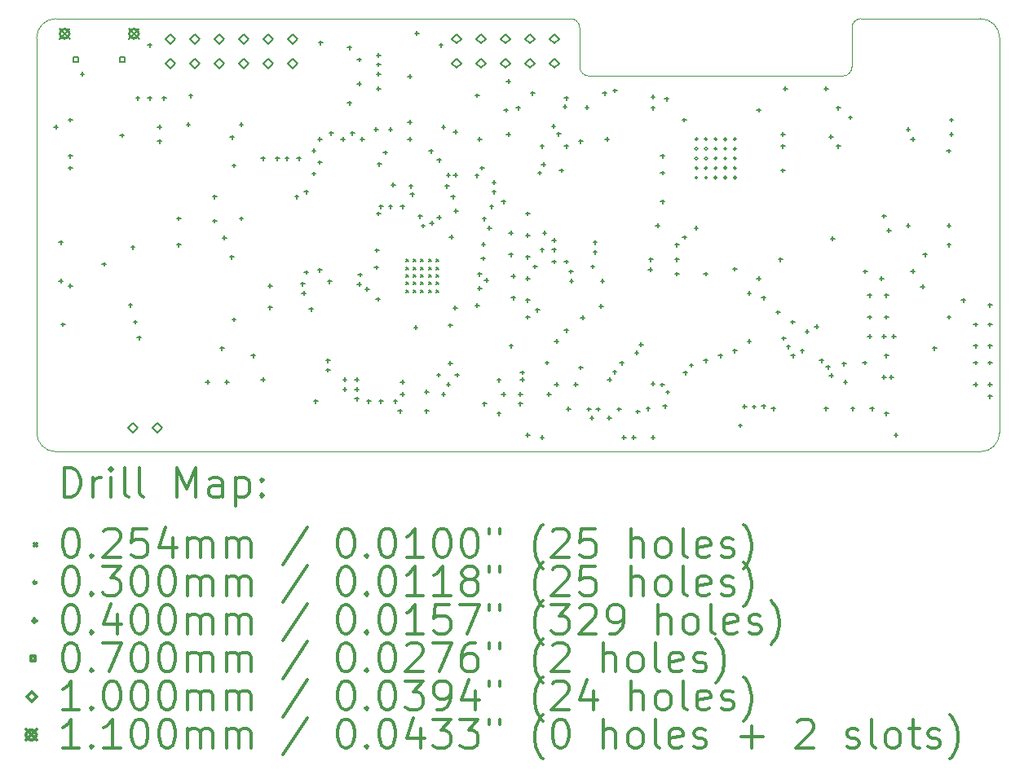
<source format=gbr>
%FSLAX45Y45*%
G04 Gerber Fmt 4.5, Leading zero omitted, Abs format (unit mm)*
G04 Created by KiCad (PCBNEW 5.1.10) date 2021-08-07 17:46:04*
%MOMM*%
%LPD*%
G01*
G04 APERTURE LIST*
%TA.AperFunction,Profile*%
%ADD10C,0.050000*%
%TD*%
%ADD11C,0.200000*%
%ADD12C,0.300000*%
G04 APERTURE END LIST*
D10*
X2500000Y-2150000D02*
G75*
G02*
X2700000Y-1950000I200000J0D01*
G01*
X12300000Y-1950000D02*
G75*
G02*
X12500000Y-2150000I0J-200000D01*
G01*
X12500000Y-6250000D02*
G75*
G02*
X12300000Y-6450000I-200000J0D01*
G01*
X2700000Y-6450000D02*
G75*
G02*
X2500000Y-6250000I0J200000D01*
G01*
X8140700Y-2451100D02*
X8138800Y-2045250D01*
X2700000Y-1950000D02*
X8043550Y-1950000D01*
X12300000Y-1950000D02*
X11061700Y-1949450D01*
X10871200Y-2546350D02*
X8235950Y-2546350D01*
X10966450Y-2451100D02*
X10966450Y-2044700D01*
X10966450Y-2451100D02*
G75*
G02*
X10871200Y-2546350I-95250J0D01*
G01*
X8235950Y-2546350D02*
G75*
G02*
X8140700Y-2451100I0J95250D01*
G01*
X8043550Y-1950000D02*
G75*
G02*
X8138800Y-2045250I0J-95250D01*
G01*
X10966450Y-2044700D02*
G75*
G02*
X11061700Y-1949450I95250J0D01*
G01*
X12500000Y-2150000D02*
X12500000Y-6250000D01*
X2700000Y-6450000D02*
X12300000Y-6450000D01*
X2500000Y-6250000D02*
X2500000Y-2150000D01*
D11*
X6332220Y-4452620D02*
X6357620Y-4478020D01*
X6357620Y-4452620D02*
X6332220Y-4478020D01*
X6332220Y-4531360D02*
X6357620Y-4556760D01*
X6357620Y-4531360D02*
X6332220Y-4556760D01*
X6332220Y-4610100D02*
X6357620Y-4635500D01*
X6357620Y-4610100D02*
X6332220Y-4635500D01*
X6332220Y-4688840D02*
X6357620Y-4714240D01*
X6357620Y-4688840D02*
X6332220Y-4714240D01*
X6332220Y-4767580D02*
X6357620Y-4792980D01*
X6357620Y-4767580D02*
X6332220Y-4792980D01*
X6410960Y-4452620D02*
X6436360Y-4478020D01*
X6436360Y-4452620D02*
X6410960Y-4478020D01*
X6410960Y-4531360D02*
X6436360Y-4556760D01*
X6436360Y-4531360D02*
X6410960Y-4556760D01*
X6410960Y-4610100D02*
X6436360Y-4635500D01*
X6436360Y-4610100D02*
X6410960Y-4635500D01*
X6410960Y-4688840D02*
X6436360Y-4714240D01*
X6436360Y-4688840D02*
X6410960Y-4714240D01*
X6410960Y-4767580D02*
X6436360Y-4792980D01*
X6436360Y-4767580D02*
X6410960Y-4792980D01*
X6489700Y-4452620D02*
X6515100Y-4478020D01*
X6515100Y-4452620D02*
X6489700Y-4478020D01*
X6489700Y-4531360D02*
X6515100Y-4556760D01*
X6515100Y-4531360D02*
X6489700Y-4556760D01*
X6489700Y-4610100D02*
X6515100Y-4635500D01*
X6515100Y-4610100D02*
X6489700Y-4635500D01*
X6489700Y-4688840D02*
X6515100Y-4714240D01*
X6515100Y-4688840D02*
X6489700Y-4714240D01*
X6489700Y-4767580D02*
X6515100Y-4792980D01*
X6515100Y-4767580D02*
X6489700Y-4792980D01*
X6568440Y-4452620D02*
X6593840Y-4478020D01*
X6593840Y-4452620D02*
X6568440Y-4478020D01*
X6568440Y-4531360D02*
X6593840Y-4556760D01*
X6593840Y-4531360D02*
X6568440Y-4556760D01*
X6568440Y-4610100D02*
X6593840Y-4635500D01*
X6593840Y-4610100D02*
X6568440Y-4635500D01*
X6568440Y-4688840D02*
X6593840Y-4714240D01*
X6593840Y-4688840D02*
X6568440Y-4714240D01*
X6568440Y-4767580D02*
X6593840Y-4792980D01*
X6593840Y-4767580D02*
X6568440Y-4792980D01*
X6647180Y-4452620D02*
X6672580Y-4478020D01*
X6672580Y-4452620D02*
X6647180Y-4478020D01*
X6647180Y-4531360D02*
X6672580Y-4556760D01*
X6672580Y-4531360D02*
X6647180Y-4556760D01*
X6647180Y-4610100D02*
X6672580Y-4635500D01*
X6672580Y-4610100D02*
X6647180Y-4635500D01*
X6647180Y-4688840D02*
X6672580Y-4714240D01*
X6672580Y-4688840D02*
X6647180Y-4714240D01*
X6647180Y-4767580D02*
X6672580Y-4792980D01*
X6672580Y-4767580D02*
X6647180Y-4792980D01*
X9365000Y-3202000D02*
G75*
G03*
X9365000Y-3202000I-15000J0D01*
G01*
X9365000Y-3302000D02*
G75*
G03*
X9365000Y-3302000I-15000J0D01*
G01*
X9365000Y-3402000D02*
G75*
G03*
X9365000Y-3402000I-15000J0D01*
G01*
X9365000Y-3502000D02*
G75*
G03*
X9365000Y-3502000I-15000J0D01*
G01*
X9365000Y-3602000D02*
G75*
G03*
X9365000Y-3602000I-15000J0D01*
G01*
X9465000Y-3202000D02*
G75*
G03*
X9465000Y-3202000I-15000J0D01*
G01*
X9465000Y-3302000D02*
G75*
G03*
X9465000Y-3302000I-15000J0D01*
G01*
X9465000Y-3402000D02*
G75*
G03*
X9465000Y-3402000I-15000J0D01*
G01*
X9465000Y-3502000D02*
G75*
G03*
X9465000Y-3502000I-15000J0D01*
G01*
X9465000Y-3602000D02*
G75*
G03*
X9465000Y-3602000I-15000J0D01*
G01*
X9565000Y-3202000D02*
G75*
G03*
X9565000Y-3202000I-15000J0D01*
G01*
X9565000Y-3302000D02*
G75*
G03*
X9565000Y-3302000I-15000J0D01*
G01*
X9565000Y-3402000D02*
G75*
G03*
X9565000Y-3402000I-15000J0D01*
G01*
X9565000Y-3502000D02*
G75*
G03*
X9565000Y-3502000I-15000J0D01*
G01*
X9565000Y-3602000D02*
G75*
G03*
X9565000Y-3602000I-15000J0D01*
G01*
X9665000Y-3202000D02*
G75*
G03*
X9665000Y-3202000I-15000J0D01*
G01*
X9665000Y-3302000D02*
G75*
G03*
X9665000Y-3302000I-15000J0D01*
G01*
X9665000Y-3402000D02*
G75*
G03*
X9665000Y-3402000I-15000J0D01*
G01*
X9665000Y-3502000D02*
G75*
G03*
X9665000Y-3502000I-15000J0D01*
G01*
X9665000Y-3602000D02*
G75*
G03*
X9665000Y-3602000I-15000J0D01*
G01*
X9765000Y-3202000D02*
G75*
G03*
X9765000Y-3202000I-15000J0D01*
G01*
X9765000Y-3302000D02*
G75*
G03*
X9765000Y-3302000I-15000J0D01*
G01*
X9765000Y-3402000D02*
G75*
G03*
X9765000Y-3402000I-15000J0D01*
G01*
X9765000Y-3502000D02*
G75*
G03*
X9765000Y-3502000I-15000J0D01*
G01*
X9765000Y-3602000D02*
G75*
G03*
X9765000Y-3602000I-15000J0D01*
G01*
X2700000Y-3055000D02*
X2700000Y-3095000D01*
X2680000Y-3075000D02*
X2720000Y-3075000D01*
X2750000Y-4255000D02*
X2750000Y-4295000D01*
X2730000Y-4275000D02*
X2770000Y-4275000D01*
X2750000Y-4655000D02*
X2750000Y-4695000D01*
X2730000Y-4675000D02*
X2770000Y-4675000D01*
X2775000Y-5105000D02*
X2775000Y-5145000D01*
X2755000Y-5125000D02*
X2795000Y-5125000D01*
X2850000Y-2980000D02*
X2850000Y-3020000D01*
X2830000Y-3000000D02*
X2870000Y-3000000D01*
X2850000Y-3355000D02*
X2850000Y-3395000D01*
X2830000Y-3375000D02*
X2870000Y-3375000D01*
X2850000Y-3480000D02*
X2850000Y-3520000D01*
X2830000Y-3500000D02*
X2870000Y-3500000D01*
X2850000Y-4705000D02*
X2850000Y-4745000D01*
X2830000Y-4725000D02*
X2870000Y-4725000D01*
X2975000Y-2505000D02*
X2975000Y-2545000D01*
X2955000Y-2525000D02*
X2995000Y-2525000D01*
X3200000Y-4480000D02*
X3200000Y-4520000D01*
X3180000Y-4500000D02*
X3220000Y-4500000D01*
X3387700Y-3142300D02*
X3387700Y-3182300D01*
X3367700Y-3162300D02*
X3407700Y-3162300D01*
X3475000Y-4905000D02*
X3475000Y-4945000D01*
X3455000Y-4925000D02*
X3495000Y-4925000D01*
X3500000Y-4305000D02*
X3500000Y-4345000D01*
X3480000Y-4325000D02*
X3520000Y-4325000D01*
X3525000Y-5080000D02*
X3525000Y-5120000D01*
X3505000Y-5100000D02*
X3545000Y-5100000D01*
X3550000Y-2755000D02*
X3550000Y-2795000D01*
X3530000Y-2775000D02*
X3570000Y-2775000D01*
X3564500Y-5244500D02*
X3564500Y-5284500D01*
X3544500Y-5264500D02*
X3584500Y-5264500D01*
X3675000Y-2205000D02*
X3675000Y-2245000D01*
X3655000Y-2225000D02*
X3695000Y-2225000D01*
X3675000Y-2755000D02*
X3675000Y-2795000D01*
X3655000Y-2775000D02*
X3695000Y-2775000D01*
X3775000Y-3055000D02*
X3775000Y-3095000D01*
X3755000Y-3075000D02*
X3795000Y-3075000D01*
X3775000Y-3205000D02*
X3775000Y-3245000D01*
X3755000Y-3225000D02*
X3795000Y-3225000D01*
X3825000Y-2755000D02*
X3825000Y-2795000D01*
X3805000Y-2775000D02*
X3845000Y-2775000D01*
X3975000Y-4005000D02*
X3975000Y-4045000D01*
X3955000Y-4025000D02*
X3995000Y-4025000D01*
X3975000Y-4280000D02*
X3975000Y-4320000D01*
X3955000Y-4300000D02*
X3995000Y-4300000D01*
X4075000Y-3030000D02*
X4075000Y-3070000D01*
X4055000Y-3050000D02*
X4095000Y-3050000D01*
X4100000Y-2730000D02*
X4100000Y-2770000D01*
X4080000Y-2750000D02*
X4120000Y-2750000D01*
X4275000Y-5705000D02*
X4275000Y-5745000D01*
X4255000Y-5725000D02*
X4295000Y-5725000D01*
X4350000Y-3780000D02*
X4350000Y-3820000D01*
X4330000Y-3800000D02*
X4370000Y-3800000D01*
X4350000Y-4030000D02*
X4350000Y-4070000D01*
X4330000Y-4050000D02*
X4370000Y-4050000D01*
X4425000Y-5355000D02*
X4425000Y-5395000D01*
X4405000Y-5375000D02*
X4445000Y-5375000D01*
X4450000Y-4205000D02*
X4450000Y-4245000D01*
X4430000Y-4225000D02*
X4470000Y-4225000D01*
X4475000Y-5705000D02*
X4475000Y-5745000D01*
X4455000Y-5725000D02*
X4495000Y-5725000D01*
X4525000Y-4405000D02*
X4525000Y-4445000D01*
X4505000Y-4425000D02*
X4545000Y-4425000D01*
X4530076Y-3161715D02*
X4530076Y-3201715D01*
X4510076Y-3181715D02*
X4550076Y-3181715D01*
X4550000Y-3455000D02*
X4550000Y-3495000D01*
X4530000Y-3475000D02*
X4570000Y-3475000D01*
X4550000Y-5055000D02*
X4550000Y-5095000D01*
X4530000Y-5075000D02*
X4570000Y-5075000D01*
X4625000Y-3030000D02*
X4625000Y-3070000D01*
X4605000Y-3050000D02*
X4645000Y-3050000D01*
X4625000Y-4005000D02*
X4625000Y-4045000D01*
X4605000Y-4025000D02*
X4645000Y-4025000D01*
X4750000Y-5430000D02*
X4750000Y-5470000D01*
X4730000Y-5450000D02*
X4770000Y-5450000D01*
X4850000Y-3380000D02*
X4850000Y-3420000D01*
X4830000Y-3400000D02*
X4870000Y-3400000D01*
X4850000Y-5680000D02*
X4850000Y-5720000D01*
X4830000Y-5700000D02*
X4870000Y-5700000D01*
X4925000Y-4705000D02*
X4925000Y-4745000D01*
X4905000Y-4725000D02*
X4945000Y-4725000D01*
X4925000Y-4930000D02*
X4925000Y-4970000D01*
X4905000Y-4950000D02*
X4945000Y-4950000D01*
X5000000Y-3380000D02*
X5000000Y-3420000D01*
X4980000Y-3400000D02*
X5020000Y-3400000D01*
X5100000Y-3380000D02*
X5100000Y-3420000D01*
X5080000Y-3400000D02*
X5120000Y-3400000D01*
X5200000Y-3780000D02*
X5200000Y-3820000D01*
X5180000Y-3800000D02*
X5220000Y-3800000D01*
X5225000Y-3380000D02*
X5225000Y-3420000D01*
X5205000Y-3400000D02*
X5245000Y-3400000D01*
X5262928Y-4684762D02*
X5262928Y-4724762D01*
X5242928Y-4704762D02*
X5282928Y-4704762D01*
X5275000Y-4780000D02*
X5275000Y-4820000D01*
X5255000Y-4800000D02*
X5295000Y-4800000D01*
X5300000Y-3730000D02*
X5300000Y-3770000D01*
X5280000Y-3750000D02*
X5320000Y-3750000D01*
X5300000Y-4564000D02*
X5300000Y-4604000D01*
X5280000Y-4584000D02*
X5320000Y-4584000D01*
X5350000Y-4946400D02*
X5350000Y-4986400D01*
X5330000Y-4966400D02*
X5370000Y-4966400D01*
X5380000Y-3300000D02*
X5380000Y-3340000D01*
X5360000Y-3320000D02*
X5400000Y-3320000D01*
X5380000Y-3540000D02*
X5380000Y-3580000D01*
X5360000Y-3560000D02*
X5400000Y-3560000D01*
X5400000Y-5905000D02*
X5400000Y-5945000D01*
X5380000Y-5925000D02*
X5420000Y-5925000D01*
X5439669Y-4540410D02*
X5439669Y-4580410D01*
X5419669Y-4560410D02*
X5459669Y-4560410D01*
X5440000Y-3180000D02*
X5440000Y-3220000D01*
X5420000Y-3200000D02*
X5460000Y-3200000D01*
X5440000Y-3420000D02*
X5440000Y-3460000D01*
X5420000Y-3440000D02*
X5460000Y-3440000D01*
X5450000Y-2180000D02*
X5450000Y-2220000D01*
X5430000Y-2200000D02*
X5470000Y-2200000D01*
X5525000Y-5480000D02*
X5525000Y-5520000D01*
X5505000Y-5500000D02*
X5545000Y-5500000D01*
X5525000Y-5580000D02*
X5525000Y-5620000D01*
X5505000Y-5600000D02*
X5545000Y-5600000D01*
X5543800Y-4661200D02*
X5543800Y-4701200D01*
X5523800Y-4681200D02*
X5563800Y-4681200D01*
X5560000Y-3120000D02*
X5560000Y-3160000D01*
X5540000Y-3140000D02*
X5580000Y-3140000D01*
X5680000Y-3180000D02*
X5680000Y-3220000D01*
X5660000Y-3200000D02*
X5700000Y-3200000D01*
X5700000Y-5680000D02*
X5700000Y-5720000D01*
X5680000Y-5700000D02*
X5720000Y-5700000D01*
X5700000Y-5780000D02*
X5700000Y-5820000D01*
X5680000Y-5800000D02*
X5720000Y-5800000D01*
X5750000Y-2230000D02*
X5750000Y-2270000D01*
X5730000Y-2250000D02*
X5770000Y-2250000D01*
X5750000Y-2805000D02*
X5750000Y-2845000D01*
X5730000Y-2825000D02*
X5770000Y-2825000D01*
X5780000Y-3120000D02*
X5780000Y-3160000D01*
X5760000Y-3140000D02*
X5800000Y-3140000D01*
X5825000Y-5680000D02*
X5825000Y-5720000D01*
X5805000Y-5700000D02*
X5845000Y-5700000D01*
X5825000Y-5780000D02*
X5825000Y-5820000D01*
X5805000Y-5800000D02*
X5845000Y-5800000D01*
X5825000Y-5880000D02*
X5825000Y-5920000D01*
X5805000Y-5900000D02*
X5845000Y-5900000D01*
X5849678Y-4689440D02*
X5849678Y-4729440D01*
X5829678Y-4709440D02*
X5869678Y-4709440D01*
X5850000Y-2355000D02*
X5850000Y-2395000D01*
X5830000Y-2375000D02*
X5870000Y-2375000D01*
X5850000Y-2605000D02*
X5850000Y-2645000D01*
X5830000Y-2625000D02*
X5870000Y-2625000D01*
X5860100Y-4590100D02*
X5860100Y-4630100D01*
X5840100Y-4610100D02*
X5880100Y-4610100D01*
X5880000Y-3180000D02*
X5880000Y-3220000D01*
X5860000Y-3200000D02*
X5900000Y-3200000D01*
X5931470Y-4739699D02*
X5931470Y-4779699D01*
X5911470Y-4759699D02*
X5951470Y-4759699D01*
X5950000Y-5905000D02*
X5950000Y-5945000D01*
X5930000Y-5925000D02*
X5970000Y-5925000D01*
X6025000Y-3080000D02*
X6025000Y-3120000D01*
X6005000Y-3100000D02*
X6045000Y-3100000D01*
X6027675Y-4513703D02*
X6027675Y-4553703D01*
X6007675Y-4533703D02*
X6047675Y-4533703D01*
X6032626Y-4335974D02*
X6032626Y-4375974D01*
X6012626Y-4355974D02*
X6052626Y-4355974D01*
X6045200Y-4844100D02*
X6045200Y-4884100D01*
X6025200Y-4864100D02*
X6065200Y-4864100D01*
X6050000Y-2309000D02*
X6050000Y-2349000D01*
X6030000Y-2329000D02*
X6070000Y-2329000D01*
X6050000Y-2405000D02*
X6050000Y-2445000D01*
X6030000Y-2425000D02*
X6070000Y-2425000D01*
X6050000Y-2505000D02*
X6050000Y-2545000D01*
X6030000Y-2525000D02*
X6070000Y-2525000D01*
X6050000Y-2655000D02*
X6050000Y-2695000D01*
X6030000Y-2675000D02*
X6070000Y-2675000D01*
X6050000Y-3955000D02*
X6050000Y-3995000D01*
X6030000Y-3975000D02*
X6070000Y-3975000D01*
X6060000Y-3440000D02*
X6060000Y-3480000D01*
X6040000Y-3460000D02*
X6080000Y-3460000D01*
X6075000Y-3880000D02*
X6075000Y-3920000D01*
X6055000Y-3900000D02*
X6095000Y-3900000D01*
X6075000Y-5905000D02*
X6075000Y-5945000D01*
X6055000Y-5925000D02*
X6095000Y-5925000D01*
X6120000Y-3320000D02*
X6120000Y-3360000D01*
X6100000Y-3340000D02*
X6140000Y-3340000D01*
X6175000Y-3080000D02*
X6175000Y-3120000D01*
X6155000Y-3100000D02*
X6195000Y-3100000D01*
X6175000Y-3880000D02*
X6175000Y-3920000D01*
X6155000Y-3900000D02*
X6195000Y-3900000D01*
X6201553Y-3656553D02*
X6201553Y-3696553D01*
X6181553Y-3676553D02*
X6221553Y-3676553D01*
X6225000Y-5905000D02*
X6225000Y-5945000D01*
X6205000Y-5925000D02*
X6245000Y-5925000D01*
X6275000Y-6005000D02*
X6275000Y-6045000D01*
X6255000Y-6025000D02*
X6295000Y-6025000D01*
X6299200Y-3880800D02*
X6299200Y-3920800D01*
X6279200Y-3900800D02*
X6319200Y-3900800D01*
X6300000Y-5705000D02*
X6300000Y-5745000D01*
X6280000Y-5725000D02*
X6320000Y-5725000D01*
X6300000Y-5830000D02*
X6300000Y-5870000D01*
X6280000Y-5850000D02*
X6320000Y-5850000D01*
X6375000Y-2530000D02*
X6375000Y-2570000D01*
X6355000Y-2550000D02*
X6395000Y-2550000D01*
X6375000Y-3005000D02*
X6375000Y-3045000D01*
X6355000Y-3025000D02*
X6395000Y-3025000D01*
X6375000Y-3180000D02*
X6375000Y-3220000D01*
X6355000Y-3200000D02*
X6395000Y-3200000D01*
X6385400Y-3669600D02*
X6385400Y-3709600D01*
X6365400Y-3689600D02*
X6405400Y-3689600D01*
X6400000Y-3755000D02*
X6400000Y-3795000D01*
X6380000Y-3775000D02*
X6420000Y-3775000D01*
X6436728Y-5138466D02*
X6436728Y-5178466D01*
X6416728Y-5158466D02*
X6456728Y-5158466D01*
X6448232Y-2081768D02*
X6448232Y-2121768D01*
X6428232Y-2101768D02*
X6468232Y-2101768D01*
X6481600Y-3982822D02*
X6481600Y-4022822D01*
X6461600Y-4002822D02*
X6501600Y-4002822D01*
X6512399Y-4082100D02*
X6512399Y-4122100D01*
X6492399Y-4102100D02*
X6532399Y-4102100D01*
X6550000Y-5805000D02*
X6550000Y-5845000D01*
X6530000Y-5825000D02*
X6570000Y-5825000D01*
X6550000Y-6005000D02*
X6550000Y-6045000D01*
X6530000Y-6025000D02*
X6570000Y-6025000D01*
X6594920Y-3305000D02*
X6594920Y-3345000D01*
X6574920Y-3325000D02*
X6614920Y-3325000D01*
X6604164Y-4052098D02*
X6604164Y-4092098D01*
X6584164Y-4072098D02*
X6624164Y-4072098D01*
X6675000Y-5630000D02*
X6675000Y-5670000D01*
X6655000Y-5650000D02*
X6695000Y-5650000D01*
X6680200Y-3399800D02*
X6680200Y-3439800D01*
X6660200Y-3419800D02*
X6700200Y-3419800D01*
X6680200Y-3993200D02*
X6680200Y-4033200D01*
X6660200Y-4013200D02*
X6700200Y-4013200D01*
X6700000Y-2205000D02*
X6700000Y-2245000D01*
X6680000Y-2225000D02*
X6720000Y-2225000D01*
X6725000Y-3055000D02*
X6725000Y-3095000D01*
X6705000Y-3075000D02*
X6745000Y-3075000D01*
X6725000Y-5830000D02*
X6725000Y-5870000D01*
X6705000Y-5850000D02*
X6745000Y-5850000D01*
X6760400Y-3669600D02*
X6760400Y-3709600D01*
X6740400Y-3689600D02*
X6780400Y-3689600D01*
X6775000Y-3555000D02*
X6775000Y-3595000D01*
X6755000Y-3575000D02*
X6795000Y-3575000D01*
X6775000Y-5730000D02*
X6775000Y-5770000D01*
X6755000Y-5750000D02*
X6795000Y-5750000D01*
X6794400Y-5510600D02*
X6794400Y-5550600D01*
X6774400Y-5530600D02*
X6814400Y-5530600D01*
X6794500Y-5113300D02*
X6794500Y-5153300D01*
X6774500Y-5133300D02*
X6814500Y-5133300D01*
X6807200Y-4196400D02*
X6807200Y-4236400D01*
X6787200Y-4216400D02*
X6827200Y-4216400D01*
X6825000Y-3780000D02*
X6825000Y-3820000D01*
X6805000Y-3800000D02*
X6845000Y-3800000D01*
X6845174Y-4933126D02*
X6845174Y-4973126D01*
X6825174Y-4953126D02*
X6865174Y-4953126D01*
X6850000Y-3105000D02*
X6850000Y-3145000D01*
X6830000Y-3125000D02*
X6870000Y-3125000D01*
X6850000Y-3555000D02*
X6850000Y-3595000D01*
X6830000Y-3575000D02*
X6870000Y-3575000D01*
X6854000Y-3925100D02*
X6854000Y-3965100D01*
X6834000Y-3945100D02*
X6874000Y-3945100D01*
X6865900Y-5630000D02*
X6865900Y-5670000D01*
X6845900Y-5650000D02*
X6885900Y-5650000D01*
X7071749Y-3559877D02*
X7071749Y-3599877D01*
X7051749Y-3579877D02*
X7091749Y-3579877D01*
X7073900Y-4907600D02*
X7073900Y-4947600D01*
X7053900Y-4927600D02*
X7093900Y-4927600D01*
X7075000Y-2727868D02*
X7075000Y-2767868D01*
X7055000Y-2747868D02*
X7095000Y-2747868D01*
X7099300Y-4582200D02*
X7099300Y-4622200D01*
X7079300Y-4602200D02*
X7119300Y-4602200D01*
X7099300Y-4729800D02*
X7099300Y-4769800D01*
X7079300Y-4749800D02*
X7119300Y-4749800D01*
X7100000Y-3180000D02*
X7100000Y-3220000D01*
X7080000Y-3200000D02*
X7120000Y-3200000D01*
X7125000Y-3480000D02*
X7125000Y-3520000D01*
X7105000Y-3500000D02*
X7145000Y-3500000D01*
X7137400Y-4420200D02*
X7137400Y-4460200D01*
X7117400Y-4440200D02*
X7157400Y-4440200D01*
X7138794Y-4272600D02*
X7138794Y-4312600D01*
X7118794Y-4292600D02*
X7158794Y-4292600D01*
X7147255Y-4007745D02*
X7147255Y-4047745D01*
X7127255Y-4027745D02*
X7167255Y-4027745D01*
X7150000Y-5930000D02*
X7150000Y-5970000D01*
X7130000Y-5950000D02*
X7170000Y-5950000D01*
X7169794Y-4647366D02*
X7169794Y-4687366D01*
X7149794Y-4667366D02*
X7189794Y-4667366D01*
X7200409Y-4105000D02*
X7200409Y-4145000D01*
X7180409Y-4125000D02*
X7220409Y-4125000D01*
X7225000Y-3880000D02*
X7225000Y-3920000D01*
X7205000Y-3900000D02*
X7245000Y-3900000D01*
X7250000Y-3630000D02*
X7250000Y-3670000D01*
X7230000Y-3650000D02*
X7270000Y-3650000D01*
X7250000Y-3730000D02*
X7250000Y-3770000D01*
X7230000Y-3750000D02*
X7270000Y-3750000D01*
X7300000Y-5684000D02*
X7300000Y-5724000D01*
X7280000Y-5704000D02*
X7320000Y-5704000D01*
X7300000Y-6030000D02*
X7300000Y-6070000D01*
X7280000Y-6050000D02*
X7320000Y-6050000D01*
X7350000Y-3830000D02*
X7350000Y-3870000D01*
X7330000Y-3850000D02*
X7370000Y-3850000D01*
X7350000Y-5830000D02*
X7350000Y-5870000D01*
X7330000Y-5850000D02*
X7370000Y-5850000D01*
X7375000Y-2880000D02*
X7375000Y-2920000D01*
X7355000Y-2900000D02*
X7395000Y-2900000D01*
X7400000Y-2580000D02*
X7400000Y-2620000D01*
X7380000Y-2600000D02*
X7420000Y-2600000D01*
X7400205Y-3129795D02*
X7400205Y-3169795D01*
X7380205Y-3149795D02*
X7420205Y-3149795D01*
X7425000Y-4155000D02*
X7425000Y-4195000D01*
X7405000Y-4175000D02*
X7445000Y-4175000D01*
X7425000Y-4380000D02*
X7425000Y-4420000D01*
X7405000Y-4400000D02*
X7445000Y-4400000D01*
X7426787Y-5330000D02*
X7426787Y-5370000D01*
X7406787Y-5350000D02*
X7446787Y-5350000D01*
X7450000Y-4605000D02*
X7450000Y-4645000D01*
X7430000Y-4625000D02*
X7470000Y-4625000D01*
X7450000Y-4830000D02*
X7450000Y-4870000D01*
X7430000Y-4850000D02*
X7470000Y-4850000D01*
X7500000Y-2855000D02*
X7500000Y-2895000D01*
X7480000Y-2875000D02*
X7520000Y-2875000D01*
X7525000Y-5830000D02*
X7525000Y-5870000D01*
X7505000Y-5850000D02*
X7545000Y-5850000D01*
X7525000Y-5930000D02*
X7525000Y-5970000D01*
X7505000Y-5950000D02*
X7545000Y-5950000D01*
X7544889Y-5605000D02*
X7544889Y-5645000D01*
X7524889Y-5625000D02*
X7564889Y-5625000D01*
X7544889Y-5680000D02*
X7544889Y-5720000D01*
X7524889Y-5700000D02*
X7564889Y-5700000D01*
X7600000Y-3955000D02*
X7600000Y-3995000D01*
X7580000Y-3975000D02*
X7620000Y-3975000D01*
X7600000Y-4180000D02*
X7600000Y-4220000D01*
X7580000Y-4200000D02*
X7620000Y-4200000D01*
X7600000Y-4405000D02*
X7600000Y-4445000D01*
X7580000Y-4425000D02*
X7620000Y-4425000D01*
X7600000Y-4630000D02*
X7600000Y-4670000D01*
X7580000Y-4650000D02*
X7620000Y-4650000D01*
X7600000Y-4855000D02*
X7600000Y-4895000D01*
X7580000Y-4875000D02*
X7620000Y-4875000D01*
X7600000Y-5030000D02*
X7600000Y-5070000D01*
X7580000Y-5050000D02*
X7620000Y-5050000D01*
X7600000Y-6255000D02*
X7600000Y-6295000D01*
X7580000Y-6275000D02*
X7620000Y-6275000D01*
X7650205Y-2704795D02*
X7650205Y-2744795D01*
X7630205Y-2724795D02*
X7670205Y-2724795D01*
X7675000Y-4505000D02*
X7675000Y-4545000D01*
X7655000Y-4525000D02*
X7695000Y-4525000D01*
X7700000Y-4955000D02*
X7700000Y-4995000D01*
X7680000Y-4975000D02*
X7720000Y-4975000D01*
X7724684Y-3530738D02*
X7724684Y-3570738D01*
X7704684Y-3550738D02*
X7744684Y-3550738D01*
X7750000Y-3255000D02*
X7750000Y-3295000D01*
X7730000Y-3275000D02*
X7770000Y-3275000D01*
X7750000Y-4330000D02*
X7750000Y-4370000D01*
X7730000Y-4350000D02*
X7770000Y-4350000D01*
X7750000Y-6280000D02*
X7750000Y-6320000D01*
X7730000Y-6300000D02*
X7770000Y-6300000D01*
X7762500Y-3442500D02*
X7762500Y-3482500D01*
X7742500Y-3462500D02*
X7782500Y-3462500D01*
X7775000Y-4155000D02*
X7775000Y-4195000D01*
X7755000Y-4175000D02*
X7795000Y-4175000D01*
X7800000Y-5505000D02*
X7800000Y-5545000D01*
X7780000Y-5525000D02*
X7820000Y-5525000D01*
X7821000Y-5830000D02*
X7821000Y-5870000D01*
X7801000Y-5850000D02*
X7841000Y-5850000D01*
X7869169Y-3046035D02*
X7869169Y-3086035D01*
X7849169Y-3066035D02*
X7889169Y-3066035D01*
X7874000Y-4330000D02*
X7874000Y-4370000D01*
X7854000Y-4350000D02*
X7894000Y-4350000D01*
X7875000Y-4230000D02*
X7875000Y-4270000D01*
X7855000Y-4250000D02*
X7895000Y-4250000D01*
X7875000Y-4455000D02*
X7875000Y-4495000D01*
X7855000Y-4475000D02*
X7895000Y-4475000D01*
X7900000Y-5280000D02*
X7900000Y-5320000D01*
X7880000Y-5300000D02*
X7920000Y-5300000D01*
X7900000Y-5730000D02*
X7900000Y-5770000D01*
X7880000Y-5750000D02*
X7920000Y-5750000D01*
X7921511Y-3126511D02*
X7921511Y-3166511D01*
X7901511Y-3146511D02*
X7941511Y-3146511D01*
X7950000Y-3505000D02*
X7950000Y-3545000D01*
X7930000Y-3525000D02*
X7970000Y-3525000D01*
X7987705Y-2842295D02*
X7987705Y-2882295D01*
X7967705Y-2862295D02*
X8007705Y-2862295D01*
X8000000Y-2755000D02*
X8000000Y-2795000D01*
X7980000Y-2775000D02*
X8020000Y-2775000D01*
X8000000Y-3255000D02*
X8000000Y-3295000D01*
X7980000Y-3275000D02*
X8020000Y-3275000D01*
X8000000Y-4455000D02*
X8000000Y-4495000D01*
X7980000Y-4475000D02*
X8020000Y-4475000D01*
X8000000Y-5169000D02*
X8000000Y-5209000D01*
X7980000Y-5189000D02*
X8020000Y-5189000D01*
X8024017Y-5984913D02*
X8024017Y-6024913D01*
X8004017Y-6004913D02*
X8044017Y-6004913D01*
X8050000Y-4555000D02*
X8050000Y-4595000D01*
X8030000Y-4575000D02*
X8070000Y-4575000D01*
X8054000Y-4655000D02*
X8054000Y-4695000D01*
X8034000Y-4675000D02*
X8074000Y-4675000D01*
X8099000Y-5730000D02*
X8099000Y-5770000D01*
X8079000Y-5750000D02*
X8119000Y-5750000D01*
X8150000Y-3205000D02*
X8150000Y-3245000D01*
X8130000Y-3225000D02*
X8170000Y-3225000D01*
X8150000Y-5555000D02*
X8150000Y-5595000D01*
X8130000Y-5575000D02*
X8170000Y-5575000D01*
X8170000Y-5035000D02*
X8170000Y-5075000D01*
X8150000Y-5055000D02*
X8190000Y-5055000D01*
X8215334Y-2850823D02*
X8215334Y-2890823D01*
X8195334Y-2870823D02*
X8235334Y-2870823D01*
X8233776Y-5986000D02*
X8233776Y-6026000D01*
X8213776Y-6006000D02*
X8253776Y-6006000D01*
X8265152Y-6076728D02*
X8265152Y-6116728D01*
X8245152Y-6096728D02*
X8285152Y-6096728D01*
X8275000Y-4505000D02*
X8275000Y-4545000D01*
X8255000Y-4525000D02*
X8295000Y-4525000D01*
X8300000Y-4255000D02*
X8300000Y-4295000D01*
X8280000Y-4275000D02*
X8320000Y-4275000D01*
X8300000Y-4355000D02*
X8300000Y-4395000D01*
X8280000Y-4375000D02*
X8320000Y-4375000D01*
X8329776Y-5985756D02*
X8329776Y-6025756D01*
X8309776Y-6005756D02*
X8349776Y-6005756D01*
X8362500Y-4917500D02*
X8362500Y-4957500D01*
X8342500Y-4937500D02*
X8382500Y-4937500D01*
X8375000Y-4655000D02*
X8375000Y-4695000D01*
X8355000Y-4675000D02*
X8395000Y-4675000D01*
X8400000Y-2705000D02*
X8400000Y-2745000D01*
X8380000Y-2725000D02*
X8420000Y-2725000D01*
X8425000Y-3180000D02*
X8425000Y-3220000D01*
X8405000Y-3200000D02*
X8445000Y-3200000D01*
X8447999Y-6076728D02*
X8447999Y-6116728D01*
X8427999Y-6096728D02*
X8467999Y-6096728D01*
X8449795Y-5679795D02*
X8449795Y-5719795D01*
X8429795Y-5699795D02*
X8469795Y-5699795D01*
X8503298Y-5600086D02*
X8503298Y-5640086D01*
X8483298Y-5620086D02*
X8523298Y-5620086D01*
X8504877Y-2676749D02*
X8504877Y-2716749D01*
X8484877Y-2696749D02*
X8524877Y-2696749D01*
X8549000Y-5985857D02*
X8549000Y-6025857D01*
X8529000Y-6005857D02*
X8569000Y-6005857D01*
X8575205Y-5505205D02*
X8575205Y-5545205D01*
X8555205Y-5525205D02*
X8595205Y-5525205D01*
X8600000Y-6280000D02*
X8600000Y-6320000D01*
X8580000Y-6300000D02*
X8620000Y-6300000D01*
X8700000Y-6280000D02*
X8700000Y-6320000D01*
X8680000Y-6300000D02*
X8720000Y-6300000D01*
X8730917Y-5398674D02*
X8730917Y-5438674D01*
X8710917Y-5418674D02*
X8750917Y-5418674D01*
X8742268Y-6012732D02*
X8742268Y-6052732D01*
X8722268Y-6032732D02*
X8762268Y-6032732D01*
X8775205Y-5313500D02*
X8775205Y-5353500D01*
X8755205Y-5333500D02*
X8795205Y-5333500D01*
X8849655Y-5979936D02*
X8849655Y-6019936D01*
X8829655Y-5999936D02*
X8869655Y-5999936D01*
X8873868Y-4535906D02*
X8873868Y-4575906D01*
X8853868Y-4555906D02*
X8893868Y-4555906D01*
X8879000Y-4430000D02*
X8879000Y-4470000D01*
X8859000Y-4450000D02*
X8899000Y-4450000D01*
X8900000Y-2855000D02*
X8900000Y-2895000D01*
X8880000Y-2875000D02*
X8920000Y-2875000D01*
X8900000Y-5722000D02*
X8900000Y-5762000D01*
X8880000Y-5742000D02*
X8920000Y-5742000D01*
X8900000Y-6280000D02*
X8900000Y-6320000D01*
X8880000Y-6300000D02*
X8920000Y-6300000D01*
X8900000Y-2740165D02*
X8900000Y-2780165D01*
X8880000Y-2760165D02*
X8920000Y-2760165D01*
X8950000Y-4080000D02*
X8950000Y-4120000D01*
X8930000Y-4100000D02*
X8970000Y-4100000D01*
X8995459Y-5732182D02*
X8995459Y-5772182D01*
X8975459Y-5752182D02*
X9015459Y-5752182D01*
X9000000Y-3355000D02*
X9000000Y-3395000D01*
X8980000Y-3375000D02*
X9020000Y-3375000D01*
X9000000Y-3530000D02*
X9000000Y-3570000D01*
X8980000Y-3550000D02*
X9020000Y-3550000D01*
X9000000Y-3830000D02*
X9000000Y-3870000D01*
X8980000Y-3850000D02*
X9020000Y-3850000D01*
X9025000Y-5955000D02*
X9025000Y-5995000D01*
X9005000Y-5975000D02*
X9045000Y-5975000D01*
X9042000Y-2763501D02*
X9042000Y-2803501D01*
X9022000Y-2783501D02*
X9062000Y-2783501D01*
X9053010Y-5809019D02*
X9053010Y-5849019D01*
X9033010Y-5829019D02*
X9073010Y-5829019D01*
X9150000Y-4280000D02*
X9150000Y-4320000D01*
X9130000Y-4300000D02*
X9170000Y-4300000D01*
X9150000Y-4430000D02*
X9150000Y-4470000D01*
X9130000Y-4450000D02*
X9170000Y-4450000D01*
X9150000Y-4580000D02*
X9150000Y-4620000D01*
X9130000Y-4600000D02*
X9170000Y-4600000D01*
X9225205Y-2980205D02*
X9225205Y-3020205D01*
X9205205Y-3000205D02*
X9245205Y-3000205D01*
X9229000Y-4201000D02*
X9229000Y-4241000D01*
X9209000Y-4221000D02*
X9249000Y-4221000D01*
X9237323Y-5609000D02*
X9237323Y-5649000D01*
X9217323Y-5629000D02*
X9257323Y-5629000D01*
X9300000Y-5530000D02*
X9300000Y-5570000D01*
X9280000Y-5550000D02*
X9320000Y-5550000D01*
X9350000Y-4105000D02*
X9350000Y-4145000D01*
X9330000Y-4125000D02*
X9370000Y-4125000D01*
X9450000Y-4580000D02*
X9450000Y-4620000D01*
X9430000Y-4600000D02*
X9470000Y-4600000D01*
X9450000Y-5480000D02*
X9450000Y-5520000D01*
X9430000Y-5500000D02*
X9470000Y-5500000D01*
X9600000Y-5430000D02*
X9600000Y-5470000D01*
X9580000Y-5450000D02*
X9620000Y-5450000D01*
X9749795Y-5380205D02*
X9749795Y-5420205D01*
X9729795Y-5400205D02*
X9769795Y-5400205D01*
X9750000Y-4530000D02*
X9750000Y-4570000D01*
X9730000Y-4550000D02*
X9770000Y-4550000D01*
X9806000Y-6155000D02*
X9806000Y-6195000D01*
X9786000Y-6175000D02*
X9826000Y-6175000D01*
X9853066Y-5957520D02*
X9853066Y-5997520D01*
X9833066Y-5977520D02*
X9873066Y-5977520D01*
X9899795Y-5280205D02*
X9899795Y-5320205D01*
X9879795Y-5300205D02*
X9919795Y-5300205D01*
X9900000Y-4780000D02*
X9900000Y-4820000D01*
X9880000Y-4800000D02*
X9920000Y-4800000D01*
X9950297Y-5960930D02*
X9950297Y-6000930D01*
X9930297Y-5980930D02*
X9970297Y-5980930D01*
X10000000Y-2880000D02*
X10000000Y-2920000D01*
X9980000Y-2900000D02*
X10020000Y-2900000D01*
X10000000Y-4630000D02*
X10000000Y-4670000D01*
X9980000Y-4650000D02*
X10020000Y-4650000D01*
X10049520Y-5956068D02*
X10049520Y-5996068D01*
X10029520Y-5976068D02*
X10069520Y-5976068D01*
X10050000Y-4830000D02*
X10050000Y-4870000D01*
X10030000Y-4850000D02*
X10070000Y-4850000D01*
X10150000Y-5980000D02*
X10150000Y-6020000D01*
X10130000Y-6000000D02*
X10170000Y-6000000D01*
X10200000Y-4980000D02*
X10200000Y-5020000D01*
X10180000Y-5000000D02*
X10220000Y-5000000D01*
X10225000Y-4430000D02*
X10225000Y-4470000D01*
X10205000Y-4450000D02*
X10245000Y-4450000D01*
X10250000Y-3130000D02*
X10250000Y-3170000D01*
X10230000Y-3150000D02*
X10270000Y-3150000D01*
X10250000Y-3255000D02*
X10250000Y-3295000D01*
X10230000Y-3275000D02*
X10270000Y-3275000D01*
X10250000Y-3505000D02*
X10250000Y-3545000D01*
X10230000Y-3525000D02*
X10270000Y-3525000D01*
X10258459Y-5251000D02*
X10258459Y-5291000D01*
X10238459Y-5271000D02*
X10278459Y-5271000D01*
X10275000Y-2655000D02*
X10275000Y-2695000D01*
X10255000Y-2675000D02*
X10295000Y-2675000D01*
X10306000Y-5335969D02*
X10306000Y-5375969D01*
X10286000Y-5355969D02*
X10326000Y-5355969D01*
X10350000Y-5080000D02*
X10350000Y-5120000D01*
X10330000Y-5100000D02*
X10370000Y-5100000D01*
X10356000Y-5430000D02*
X10356000Y-5470000D01*
X10336000Y-5450000D02*
X10376000Y-5450000D01*
X10450000Y-5380000D02*
X10450000Y-5420000D01*
X10430000Y-5400000D02*
X10470000Y-5400000D01*
X10500205Y-5179795D02*
X10500205Y-5219795D01*
X10480205Y-5199795D02*
X10520205Y-5199795D01*
X10599795Y-5129795D02*
X10599795Y-5169795D01*
X10579795Y-5149795D02*
X10619795Y-5149795D01*
X10650000Y-5480000D02*
X10650000Y-5520000D01*
X10630000Y-5500000D02*
X10670000Y-5500000D01*
X10700000Y-2655000D02*
X10700000Y-2695000D01*
X10680000Y-2675000D02*
X10720000Y-2675000D01*
X10700000Y-5980000D02*
X10700000Y-6020000D01*
X10680000Y-6000000D02*
X10720000Y-6000000D01*
X10717882Y-5547882D02*
X10717882Y-5587882D01*
X10697882Y-5567882D02*
X10737882Y-5567882D01*
X10750000Y-3155000D02*
X10750000Y-3195000D01*
X10730000Y-3175000D02*
X10770000Y-3175000D01*
X10752850Y-5637288D02*
X10752850Y-5677288D01*
X10732850Y-5657288D02*
X10772850Y-5657288D01*
X10765000Y-4215000D02*
X10765000Y-4255000D01*
X10745000Y-4235000D02*
X10785000Y-4235000D01*
X10825000Y-2855000D02*
X10825000Y-2895000D01*
X10805000Y-2875000D02*
X10845000Y-2875000D01*
X10825000Y-3255000D02*
X10825000Y-3295000D01*
X10805000Y-3275000D02*
X10845000Y-3275000D01*
X10883393Y-5513802D02*
X10883393Y-5553802D01*
X10863393Y-5533802D02*
X10903393Y-5533802D01*
X10900000Y-5705000D02*
X10900000Y-5745000D01*
X10880000Y-5725000D02*
X10920000Y-5725000D01*
X10950000Y-2955000D02*
X10950000Y-2995000D01*
X10930000Y-2975000D02*
X10970000Y-2975000D01*
X10975000Y-5980000D02*
X10975000Y-6020000D01*
X10955000Y-6000000D02*
X10995000Y-6000000D01*
X11100000Y-5505000D02*
X11100000Y-5545000D01*
X11080000Y-5525000D02*
X11120000Y-5525000D01*
X11104000Y-4555000D02*
X11104000Y-4595000D01*
X11084000Y-4575000D02*
X11124000Y-4575000D01*
X11150000Y-4805000D02*
X11150000Y-4845000D01*
X11130000Y-4825000D02*
X11170000Y-4825000D01*
X11150000Y-5030000D02*
X11150000Y-5070000D01*
X11130000Y-5050000D02*
X11170000Y-5050000D01*
X11150000Y-5230000D02*
X11150000Y-5270000D01*
X11130000Y-5250000D02*
X11170000Y-5250000D01*
X11175000Y-5980000D02*
X11175000Y-6020000D01*
X11155000Y-6000000D02*
X11195000Y-6000000D01*
X11275000Y-4630000D02*
X11275000Y-4670000D01*
X11255000Y-4650000D02*
X11295000Y-4650000D01*
X11300000Y-3980000D02*
X11300000Y-4020000D01*
X11280000Y-4000000D02*
X11320000Y-4000000D01*
X11300000Y-5230000D02*
X11300000Y-5270000D01*
X11280000Y-5250000D02*
X11320000Y-5250000D01*
X11300000Y-5655000D02*
X11300000Y-5695000D01*
X11280000Y-5675000D02*
X11320000Y-5675000D01*
X11325000Y-4805000D02*
X11325000Y-4845000D01*
X11305000Y-4825000D02*
X11345000Y-4825000D01*
X11325000Y-5030000D02*
X11325000Y-5070000D01*
X11305000Y-5050000D02*
X11345000Y-5050000D01*
X11325000Y-5430000D02*
X11325000Y-5470000D01*
X11305000Y-5450000D02*
X11345000Y-5450000D01*
X11325000Y-6030000D02*
X11325000Y-6070000D01*
X11305000Y-6050000D02*
X11345000Y-6050000D01*
X11350000Y-4130000D02*
X11350000Y-4170000D01*
X11330000Y-4150000D02*
X11370000Y-4150000D01*
X11375000Y-5655000D02*
X11375000Y-5695000D01*
X11355000Y-5675000D02*
X11395000Y-5675000D01*
X11400000Y-5230000D02*
X11400000Y-5270000D01*
X11380000Y-5250000D02*
X11420000Y-5250000D01*
X11425000Y-6255000D02*
X11425000Y-6295000D01*
X11405000Y-6275000D02*
X11445000Y-6275000D01*
X11550000Y-3080000D02*
X11550000Y-3120000D01*
X11530000Y-3100000D02*
X11570000Y-3100000D01*
X11550000Y-4080000D02*
X11550000Y-4120000D01*
X11530000Y-4100000D02*
X11570000Y-4100000D01*
X11597740Y-4552740D02*
X11597740Y-4592740D01*
X11577740Y-4572740D02*
X11617740Y-4572740D01*
X11600000Y-3180000D02*
X11600000Y-3220000D01*
X11580000Y-3200000D02*
X11620000Y-3200000D01*
X11700000Y-4713400D02*
X11700000Y-4753400D01*
X11680000Y-4733400D02*
X11720000Y-4733400D01*
X11725000Y-4380000D02*
X11725000Y-4420000D01*
X11705000Y-4400000D02*
X11745000Y-4400000D01*
X11825000Y-5355000D02*
X11825000Y-5395000D01*
X11805000Y-5375000D02*
X11845000Y-5375000D01*
X11972740Y-3302740D02*
X11972740Y-3342740D01*
X11952740Y-3322740D02*
X11992740Y-3322740D01*
X11975000Y-4080000D02*
X11975000Y-4120000D01*
X11955000Y-4100000D02*
X11995000Y-4100000D01*
X11975000Y-4280000D02*
X11975000Y-4320000D01*
X11955000Y-4300000D02*
X11995000Y-4300000D01*
X11975000Y-5030000D02*
X11975000Y-5070000D01*
X11955000Y-5050000D02*
X11995000Y-5050000D01*
X12000000Y-2980000D02*
X12000000Y-3020000D01*
X11980000Y-3000000D02*
X12020000Y-3000000D01*
X12000000Y-3130000D02*
X12000000Y-3170000D01*
X11980000Y-3150000D02*
X12020000Y-3150000D01*
X12125000Y-4855000D02*
X12125000Y-4895000D01*
X12105000Y-4875000D02*
X12145000Y-4875000D01*
X12250000Y-5105000D02*
X12250000Y-5145000D01*
X12230000Y-5125000D02*
X12270000Y-5125000D01*
X12250000Y-5330000D02*
X12250000Y-5370000D01*
X12230000Y-5350000D02*
X12270000Y-5350000D01*
X12250000Y-5505000D02*
X12250000Y-5545000D01*
X12230000Y-5525000D02*
X12270000Y-5525000D01*
X12250000Y-5730000D02*
X12250000Y-5770000D01*
X12230000Y-5750000D02*
X12270000Y-5750000D01*
X12400000Y-4905000D02*
X12400000Y-4945000D01*
X12380000Y-4925000D02*
X12420000Y-4925000D01*
X12400000Y-5105000D02*
X12400000Y-5145000D01*
X12380000Y-5125000D02*
X12420000Y-5125000D01*
X12400000Y-5330000D02*
X12400000Y-5370000D01*
X12380000Y-5350000D02*
X12420000Y-5350000D01*
X12400000Y-5505000D02*
X12400000Y-5545000D01*
X12380000Y-5525000D02*
X12420000Y-5525000D01*
X12400000Y-5730000D02*
X12400000Y-5770000D01*
X12380000Y-5750000D02*
X12420000Y-5750000D01*
X12400000Y-5855000D02*
X12400000Y-5895000D01*
X12380000Y-5875000D02*
X12420000Y-5875000D01*
X2932249Y-2401249D02*
X2932249Y-2351751D01*
X2882751Y-2351751D01*
X2882751Y-2401249D01*
X2932249Y-2401249D01*
X3417249Y-2401249D02*
X3417249Y-2351751D01*
X3367751Y-2351751D01*
X3367751Y-2401249D01*
X3417249Y-2401249D01*
X3496000Y-6250000D02*
X3546000Y-6200000D01*
X3496000Y-6150000D01*
X3446000Y-6200000D01*
X3496000Y-6250000D01*
X3750000Y-6250000D02*
X3800000Y-6200000D01*
X3750000Y-6150000D01*
X3700000Y-6200000D01*
X3750000Y-6250000D01*
X3888740Y-2214080D02*
X3938740Y-2164080D01*
X3888740Y-2114080D01*
X3838740Y-2164080D01*
X3888740Y-2214080D01*
X3888740Y-2468080D02*
X3938740Y-2418080D01*
X3888740Y-2368080D01*
X3838740Y-2418080D01*
X3888740Y-2468080D01*
X4142740Y-2214080D02*
X4192740Y-2164080D01*
X4142740Y-2114080D01*
X4092740Y-2164080D01*
X4142740Y-2214080D01*
X4142740Y-2468080D02*
X4192740Y-2418080D01*
X4142740Y-2368080D01*
X4092740Y-2418080D01*
X4142740Y-2468080D01*
X4396740Y-2214080D02*
X4446740Y-2164080D01*
X4396740Y-2114080D01*
X4346740Y-2164080D01*
X4396740Y-2214080D01*
X4396740Y-2468080D02*
X4446740Y-2418080D01*
X4396740Y-2368080D01*
X4346740Y-2418080D01*
X4396740Y-2468080D01*
X4650740Y-2214080D02*
X4700740Y-2164080D01*
X4650740Y-2114080D01*
X4600740Y-2164080D01*
X4650740Y-2214080D01*
X4650740Y-2468080D02*
X4700740Y-2418080D01*
X4650740Y-2368080D01*
X4600740Y-2418080D01*
X4650740Y-2468080D01*
X4904740Y-2214080D02*
X4954740Y-2164080D01*
X4904740Y-2114080D01*
X4854740Y-2164080D01*
X4904740Y-2214080D01*
X4904740Y-2468080D02*
X4954740Y-2418080D01*
X4904740Y-2368080D01*
X4854740Y-2418080D01*
X4904740Y-2468080D01*
X5158740Y-2214080D02*
X5208740Y-2164080D01*
X5158740Y-2114080D01*
X5108740Y-2164080D01*
X5158740Y-2214080D01*
X5158740Y-2468080D02*
X5208740Y-2418080D01*
X5158740Y-2368080D01*
X5108740Y-2418080D01*
X5158740Y-2468080D01*
X6858000Y-2209000D02*
X6908000Y-2159000D01*
X6858000Y-2109000D01*
X6808000Y-2159000D01*
X6858000Y-2209000D01*
X6858000Y-2463000D02*
X6908000Y-2413000D01*
X6858000Y-2363000D01*
X6808000Y-2413000D01*
X6858000Y-2463000D01*
X7112000Y-2209000D02*
X7162000Y-2159000D01*
X7112000Y-2109000D01*
X7062000Y-2159000D01*
X7112000Y-2209000D01*
X7112000Y-2463000D02*
X7162000Y-2413000D01*
X7112000Y-2363000D01*
X7062000Y-2413000D01*
X7112000Y-2463000D01*
X7366000Y-2209000D02*
X7416000Y-2159000D01*
X7366000Y-2109000D01*
X7316000Y-2159000D01*
X7366000Y-2209000D01*
X7366000Y-2463000D02*
X7416000Y-2413000D01*
X7366000Y-2363000D01*
X7316000Y-2413000D01*
X7366000Y-2463000D01*
X7620000Y-2209000D02*
X7670000Y-2159000D01*
X7620000Y-2109000D01*
X7570000Y-2159000D01*
X7620000Y-2209000D01*
X7620000Y-2463000D02*
X7670000Y-2413000D01*
X7620000Y-2363000D01*
X7570000Y-2413000D01*
X7620000Y-2463000D01*
X7874000Y-2209000D02*
X7924000Y-2159000D01*
X7874000Y-2109000D01*
X7824000Y-2159000D01*
X7874000Y-2209000D01*
X7874000Y-2463000D02*
X7924000Y-2413000D01*
X7874000Y-2363000D01*
X7824000Y-2413000D01*
X7874000Y-2463000D01*
X2735000Y-2051500D02*
X2845000Y-2161500D01*
X2845000Y-2051500D02*
X2735000Y-2161500D01*
X2845000Y-2106500D02*
G75*
G03*
X2845000Y-2106500I-55000J0D01*
G01*
X2835000Y-2106500D02*
X2835000Y-2106500D01*
X2745000Y-2106500D02*
X2745000Y-2106500D01*
X2835000Y-2106500D02*
G75*
G03*
X2745000Y-2106500I-45000J0D01*
G01*
X2745000Y-2106500D02*
G75*
G03*
X2835000Y-2106500I45000J0D01*
G01*
X3455000Y-2051500D02*
X3565000Y-2161500D01*
X3565000Y-2051500D02*
X3455000Y-2161500D01*
X3565000Y-2106500D02*
G75*
G03*
X3565000Y-2106500I-55000J0D01*
G01*
X3465000Y-2106500D02*
X3465000Y-2106500D01*
X3555000Y-2106500D02*
X3555000Y-2106500D01*
X3465000Y-2106500D02*
G75*
G03*
X3555000Y-2106500I45000J0D01*
G01*
X3555000Y-2106500D02*
G75*
G03*
X3465000Y-2106500I-45000J0D01*
G01*
D12*
X2783928Y-6918214D02*
X2783928Y-6618214D01*
X2855357Y-6618214D01*
X2898214Y-6632500D01*
X2926786Y-6661071D01*
X2941071Y-6689643D01*
X2955357Y-6746786D01*
X2955357Y-6789643D01*
X2941071Y-6846786D01*
X2926786Y-6875357D01*
X2898214Y-6903929D01*
X2855357Y-6918214D01*
X2783928Y-6918214D01*
X3083928Y-6918214D02*
X3083928Y-6718214D01*
X3083928Y-6775357D02*
X3098214Y-6746786D01*
X3112500Y-6732500D01*
X3141071Y-6718214D01*
X3169643Y-6718214D01*
X3269643Y-6918214D02*
X3269643Y-6718214D01*
X3269643Y-6618214D02*
X3255357Y-6632500D01*
X3269643Y-6646786D01*
X3283928Y-6632500D01*
X3269643Y-6618214D01*
X3269643Y-6646786D01*
X3455357Y-6918214D02*
X3426786Y-6903929D01*
X3412500Y-6875357D01*
X3412500Y-6618214D01*
X3612500Y-6918214D02*
X3583928Y-6903929D01*
X3569643Y-6875357D01*
X3569643Y-6618214D01*
X3955357Y-6918214D02*
X3955357Y-6618214D01*
X4055357Y-6832500D01*
X4155357Y-6618214D01*
X4155357Y-6918214D01*
X4426786Y-6918214D02*
X4426786Y-6761071D01*
X4412500Y-6732500D01*
X4383928Y-6718214D01*
X4326786Y-6718214D01*
X4298214Y-6732500D01*
X4426786Y-6903929D02*
X4398214Y-6918214D01*
X4326786Y-6918214D01*
X4298214Y-6903929D01*
X4283928Y-6875357D01*
X4283928Y-6846786D01*
X4298214Y-6818214D01*
X4326786Y-6803929D01*
X4398214Y-6803929D01*
X4426786Y-6789643D01*
X4569643Y-6718214D02*
X4569643Y-7018214D01*
X4569643Y-6732500D02*
X4598214Y-6718214D01*
X4655357Y-6718214D01*
X4683928Y-6732500D01*
X4698214Y-6746786D01*
X4712500Y-6775357D01*
X4712500Y-6861071D01*
X4698214Y-6889643D01*
X4683928Y-6903929D01*
X4655357Y-6918214D01*
X4598214Y-6918214D01*
X4569643Y-6903929D01*
X4841071Y-6889643D02*
X4855357Y-6903929D01*
X4841071Y-6918214D01*
X4826786Y-6903929D01*
X4841071Y-6889643D01*
X4841071Y-6918214D01*
X4841071Y-6732500D02*
X4855357Y-6746786D01*
X4841071Y-6761071D01*
X4826786Y-6746786D01*
X4841071Y-6732500D01*
X4841071Y-6761071D01*
X2472100Y-7399800D02*
X2497500Y-7425200D01*
X2497500Y-7399800D02*
X2472100Y-7425200D01*
X2841071Y-7248214D02*
X2869643Y-7248214D01*
X2898214Y-7262500D01*
X2912500Y-7276786D01*
X2926786Y-7305357D01*
X2941071Y-7362500D01*
X2941071Y-7433929D01*
X2926786Y-7491071D01*
X2912500Y-7519643D01*
X2898214Y-7533929D01*
X2869643Y-7548214D01*
X2841071Y-7548214D01*
X2812500Y-7533929D01*
X2798214Y-7519643D01*
X2783928Y-7491071D01*
X2769643Y-7433929D01*
X2769643Y-7362500D01*
X2783928Y-7305357D01*
X2798214Y-7276786D01*
X2812500Y-7262500D01*
X2841071Y-7248214D01*
X3069643Y-7519643D02*
X3083928Y-7533929D01*
X3069643Y-7548214D01*
X3055357Y-7533929D01*
X3069643Y-7519643D01*
X3069643Y-7548214D01*
X3198214Y-7276786D02*
X3212500Y-7262500D01*
X3241071Y-7248214D01*
X3312500Y-7248214D01*
X3341071Y-7262500D01*
X3355357Y-7276786D01*
X3369643Y-7305357D01*
X3369643Y-7333929D01*
X3355357Y-7376786D01*
X3183928Y-7548214D01*
X3369643Y-7548214D01*
X3641071Y-7248214D02*
X3498214Y-7248214D01*
X3483928Y-7391071D01*
X3498214Y-7376786D01*
X3526786Y-7362500D01*
X3598214Y-7362500D01*
X3626786Y-7376786D01*
X3641071Y-7391071D01*
X3655357Y-7419643D01*
X3655357Y-7491071D01*
X3641071Y-7519643D01*
X3626786Y-7533929D01*
X3598214Y-7548214D01*
X3526786Y-7548214D01*
X3498214Y-7533929D01*
X3483928Y-7519643D01*
X3912500Y-7348214D02*
X3912500Y-7548214D01*
X3841071Y-7233929D02*
X3769643Y-7448214D01*
X3955357Y-7448214D01*
X4069643Y-7548214D02*
X4069643Y-7348214D01*
X4069643Y-7376786D02*
X4083928Y-7362500D01*
X4112500Y-7348214D01*
X4155357Y-7348214D01*
X4183928Y-7362500D01*
X4198214Y-7391071D01*
X4198214Y-7548214D01*
X4198214Y-7391071D02*
X4212500Y-7362500D01*
X4241071Y-7348214D01*
X4283928Y-7348214D01*
X4312500Y-7362500D01*
X4326786Y-7391071D01*
X4326786Y-7548214D01*
X4469643Y-7548214D02*
X4469643Y-7348214D01*
X4469643Y-7376786D02*
X4483928Y-7362500D01*
X4512500Y-7348214D01*
X4555357Y-7348214D01*
X4583928Y-7362500D01*
X4598214Y-7391071D01*
X4598214Y-7548214D01*
X4598214Y-7391071D02*
X4612500Y-7362500D01*
X4641071Y-7348214D01*
X4683928Y-7348214D01*
X4712500Y-7362500D01*
X4726786Y-7391071D01*
X4726786Y-7548214D01*
X5312500Y-7233929D02*
X5055357Y-7619643D01*
X5698214Y-7248214D02*
X5726786Y-7248214D01*
X5755357Y-7262500D01*
X5769643Y-7276786D01*
X5783928Y-7305357D01*
X5798214Y-7362500D01*
X5798214Y-7433929D01*
X5783928Y-7491071D01*
X5769643Y-7519643D01*
X5755357Y-7533929D01*
X5726786Y-7548214D01*
X5698214Y-7548214D01*
X5669643Y-7533929D01*
X5655357Y-7519643D01*
X5641071Y-7491071D01*
X5626786Y-7433929D01*
X5626786Y-7362500D01*
X5641071Y-7305357D01*
X5655357Y-7276786D01*
X5669643Y-7262500D01*
X5698214Y-7248214D01*
X5926786Y-7519643D02*
X5941071Y-7533929D01*
X5926786Y-7548214D01*
X5912500Y-7533929D01*
X5926786Y-7519643D01*
X5926786Y-7548214D01*
X6126786Y-7248214D02*
X6155357Y-7248214D01*
X6183928Y-7262500D01*
X6198214Y-7276786D01*
X6212500Y-7305357D01*
X6226786Y-7362500D01*
X6226786Y-7433929D01*
X6212500Y-7491071D01*
X6198214Y-7519643D01*
X6183928Y-7533929D01*
X6155357Y-7548214D01*
X6126786Y-7548214D01*
X6098214Y-7533929D01*
X6083928Y-7519643D01*
X6069643Y-7491071D01*
X6055357Y-7433929D01*
X6055357Y-7362500D01*
X6069643Y-7305357D01*
X6083928Y-7276786D01*
X6098214Y-7262500D01*
X6126786Y-7248214D01*
X6512500Y-7548214D02*
X6341071Y-7548214D01*
X6426786Y-7548214D02*
X6426786Y-7248214D01*
X6398214Y-7291071D01*
X6369643Y-7319643D01*
X6341071Y-7333929D01*
X6698214Y-7248214D02*
X6726786Y-7248214D01*
X6755357Y-7262500D01*
X6769643Y-7276786D01*
X6783928Y-7305357D01*
X6798214Y-7362500D01*
X6798214Y-7433929D01*
X6783928Y-7491071D01*
X6769643Y-7519643D01*
X6755357Y-7533929D01*
X6726786Y-7548214D01*
X6698214Y-7548214D01*
X6669643Y-7533929D01*
X6655357Y-7519643D01*
X6641071Y-7491071D01*
X6626786Y-7433929D01*
X6626786Y-7362500D01*
X6641071Y-7305357D01*
X6655357Y-7276786D01*
X6669643Y-7262500D01*
X6698214Y-7248214D01*
X6983928Y-7248214D02*
X7012500Y-7248214D01*
X7041071Y-7262500D01*
X7055357Y-7276786D01*
X7069643Y-7305357D01*
X7083928Y-7362500D01*
X7083928Y-7433929D01*
X7069643Y-7491071D01*
X7055357Y-7519643D01*
X7041071Y-7533929D01*
X7012500Y-7548214D01*
X6983928Y-7548214D01*
X6955357Y-7533929D01*
X6941071Y-7519643D01*
X6926786Y-7491071D01*
X6912500Y-7433929D01*
X6912500Y-7362500D01*
X6926786Y-7305357D01*
X6941071Y-7276786D01*
X6955357Y-7262500D01*
X6983928Y-7248214D01*
X7198214Y-7248214D02*
X7198214Y-7305357D01*
X7312500Y-7248214D02*
X7312500Y-7305357D01*
X7755357Y-7662500D02*
X7741071Y-7648214D01*
X7712500Y-7605357D01*
X7698214Y-7576786D01*
X7683928Y-7533929D01*
X7669643Y-7462500D01*
X7669643Y-7405357D01*
X7683928Y-7333929D01*
X7698214Y-7291071D01*
X7712500Y-7262500D01*
X7741071Y-7219643D01*
X7755357Y-7205357D01*
X7855357Y-7276786D02*
X7869643Y-7262500D01*
X7898214Y-7248214D01*
X7969643Y-7248214D01*
X7998214Y-7262500D01*
X8012500Y-7276786D01*
X8026786Y-7305357D01*
X8026786Y-7333929D01*
X8012500Y-7376786D01*
X7841071Y-7548214D01*
X8026786Y-7548214D01*
X8298214Y-7248214D02*
X8155357Y-7248214D01*
X8141071Y-7391071D01*
X8155357Y-7376786D01*
X8183928Y-7362500D01*
X8255357Y-7362500D01*
X8283928Y-7376786D01*
X8298214Y-7391071D01*
X8312500Y-7419643D01*
X8312500Y-7491071D01*
X8298214Y-7519643D01*
X8283928Y-7533929D01*
X8255357Y-7548214D01*
X8183928Y-7548214D01*
X8155357Y-7533929D01*
X8141071Y-7519643D01*
X8669643Y-7548214D02*
X8669643Y-7248214D01*
X8798214Y-7548214D02*
X8798214Y-7391071D01*
X8783928Y-7362500D01*
X8755357Y-7348214D01*
X8712500Y-7348214D01*
X8683928Y-7362500D01*
X8669643Y-7376786D01*
X8983928Y-7548214D02*
X8955357Y-7533929D01*
X8941071Y-7519643D01*
X8926786Y-7491071D01*
X8926786Y-7405357D01*
X8941071Y-7376786D01*
X8955357Y-7362500D01*
X8983928Y-7348214D01*
X9026786Y-7348214D01*
X9055357Y-7362500D01*
X9069643Y-7376786D01*
X9083928Y-7405357D01*
X9083928Y-7491071D01*
X9069643Y-7519643D01*
X9055357Y-7533929D01*
X9026786Y-7548214D01*
X8983928Y-7548214D01*
X9255357Y-7548214D02*
X9226786Y-7533929D01*
X9212500Y-7505357D01*
X9212500Y-7248214D01*
X9483928Y-7533929D02*
X9455357Y-7548214D01*
X9398214Y-7548214D01*
X9369643Y-7533929D01*
X9355357Y-7505357D01*
X9355357Y-7391071D01*
X9369643Y-7362500D01*
X9398214Y-7348214D01*
X9455357Y-7348214D01*
X9483928Y-7362500D01*
X9498214Y-7391071D01*
X9498214Y-7419643D01*
X9355357Y-7448214D01*
X9612500Y-7533929D02*
X9641071Y-7548214D01*
X9698214Y-7548214D01*
X9726786Y-7533929D01*
X9741071Y-7505357D01*
X9741071Y-7491071D01*
X9726786Y-7462500D01*
X9698214Y-7448214D01*
X9655357Y-7448214D01*
X9626786Y-7433929D01*
X9612500Y-7405357D01*
X9612500Y-7391071D01*
X9626786Y-7362500D01*
X9655357Y-7348214D01*
X9698214Y-7348214D01*
X9726786Y-7362500D01*
X9841071Y-7662500D02*
X9855357Y-7648214D01*
X9883928Y-7605357D01*
X9898214Y-7576786D01*
X9912500Y-7533929D01*
X9926786Y-7462500D01*
X9926786Y-7405357D01*
X9912500Y-7333929D01*
X9898214Y-7291071D01*
X9883928Y-7262500D01*
X9855357Y-7219643D01*
X9841071Y-7205357D01*
X2497500Y-7808500D02*
G75*
G03*
X2497500Y-7808500I-15000J0D01*
G01*
X2841071Y-7644214D02*
X2869643Y-7644214D01*
X2898214Y-7658500D01*
X2912500Y-7672786D01*
X2926786Y-7701357D01*
X2941071Y-7758500D01*
X2941071Y-7829929D01*
X2926786Y-7887071D01*
X2912500Y-7915643D01*
X2898214Y-7929929D01*
X2869643Y-7944214D01*
X2841071Y-7944214D01*
X2812500Y-7929929D01*
X2798214Y-7915643D01*
X2783928Y-7887071D01*
X2769643Y-7829929D01*
X2769643Y-7758500D01*
X2783928Y-7701357D01*
X2798214Y-7672786D01*
X2812500Y-7658500D01*
X2841071Y-7644214D01*
X3069643Y-7915643D02*
X3083928Y-7929929D01*
X3069643Y-7944214D01*
X3055357Y-7929929D01*
X3069643Y-7915643D01*
X3069643Y-7944214D01*
X3183928Y-7644214D02*
X3369643Y-7644214D01*
X3269643Y-7758500D01*
X3312500Y-7758500D01*
X3341071Y-7772786D01*
X3355357Y-7787071D01*
X3369643Y-7815643D01*
X3369643Y-7887071D01*
X3355357Y-7915643D01*
X3341071Y-7929929D01*
X3312500Y-7944214D01*
X3226786Y-7944214D01*
X3198214Y-7929929D01*
X3183928Y-7915643D01*
X3555357Y-7644214D02*
X3583928Y-7644214D01*
X3612500Y-7658500D01*
X3626786Y-7672786D01*
X3641071Y-7701357D01*
X3655357Y-7758500D01*
X3655357Y-7829929D01*
X3641071Y-7887071D01*
X3626786Y-7915643D01*
X3612500Y-7929929D01*
X3583928Y-7944214D01*
X3555357Y-7944214D01*
X3526786Y-7929929D01*
X3512500Y-7915643D01*
X3498214Y-7887071D01*
X3483928Y-7829929D01*
X3483928Y-7758500D01*
X3498214Y-7701357D01*
X3512500Y-7672786D01*
X3526786Y-7658500D01*
X3555357Y-7644214D01*
X3841071Y-7644214D02*
X3869643Y-7644214D01*
X3898214Y-7658500D01*
X3912500Y-7672786D01*
X3926786Y-7701357D01*
X3941071Y-7758500D01*
X3941071Y-7829929D01*
X3926786Y-7887071D01*
X3912500Y-7915643D01*
X3898214Y-7929929D01*
X3869643Y-7944214D01*
X3841071Y-7944214D01*
X3812500Y-7929929D01*
X3798214Y-7915643D01*
X3783928Y-7887071D01*
X3769643Y-7829929D01*
X3769643Y-7758500D01*
X3783928Y-7701357D01*
X3798214Y-7672786D01*
X3812500Y-7658500D01*
X3841071Y-7644214D01*
X4069643Y-7944214D02*
X4069643Y-7744214D01*
X4069643Y-7772786D02*
X4083928Y-7758500D01*
X4112500Y-7744214D01*
X4155357Y-7744214D01*
X4183928Y-7758500D01*
X4198214Y-7787071D01*
X4198214Y-7944214D01*
X4198214Y-7787071D02*
X4212500Y-7758500D01*
X4241071Y-7744214D01*
X4283928Y-7744214D01*
X4312500Y-7758500D01*
X4326786Y-7787071D01*
X4326786Y-7944214D01*
X4469643Y-7944214D02*
X4469643Y-7744214D01*
X4469643Y-7772786D02*
X4483928Y-7758500D01*
X4512500Y-7744214D01*
X4555357Y-7744214D01*
X4583928Y-7758500D01*
X4598214Y-7787071D01*
X4598214Y-7944214D01*
X4598214Y-7787071D02*
X4612500Y-7758500D01*
X4641071Y-7744214D01*
X4683928Y-7744214D01*
X4712500Y-7758500D01*
X4726786Y-7787071D01*
X4726786Y-7944214D01*
X5312500Y-7629929D02*
X5055357Y-8015643D01*
X5698214Y-7644214D02*
X5726786Y-7644214D01*
X5755357Y-7658500D01*
X5769643Y-7672786D01*
X5783928Y-7701357D01*
X5798214Y-7758500D01*
X5798214Y-7829929D01*
X5783928Y-7887071D01*
X5769643Y-7915643D01*
X5755357Y-7929929D01*
X5726786Y-7944214D01*
X5698214Y-7944214D01*
X5669643Y-7929929D01*
X5655357Y-7915643D01*
X5641071Y-7887071D01*
X5626786Y-7829929D01*
X5626786Y-7758500D01*
X5641071Y-7701357D01*
X5655357Y-7672786D01*
X5669643Y-7658500D01*
X5698214Y-7644214D01*
X5926786Y-7915643D02*
X5941071Y-7929929D01*
X5926786Y-7944214D01*
X5912500Y-7929929D01*
X5926786Y-7915643D01*
X5926786Y-7944214D01*
X6126786Y-7644214D02*
X6155357Y-7644214D01*
X6183928Y-7658500D01*
X6198214Y-7672786D01*
X6212500Y-7701357D01*
X6226786Y-7758500D01*
X6226786Y-7829929D01*
X6212500Y-7887071D01*
X6198214Y-7915643D01*
X6183928Y-7929929D01*
X6155357Y-7944214D01*
X6126786Y-7944214D01*
X6098214Y-7929929D01*
X6083928Y-7915643D01*
X6069643Y-7887071D01*
X6055357Y-7829929D01*
X6055357Y-7758500D01*
X6069643Y-7701357D01*
X6083928Y-7672786D01*
X6098214Y-7658500D01*
X6126786Y-7644214D01*
X6512500Y-7944214D02*
X6341071Y-7944214D01*
X6426786Y-7944214D02*
X6426786Y-7644214D01*
X6398214Y-7687071D01*
X6369643Y-7715643D01*
X6341071Y-7729929D01*
X6798214Y-7944214D02*
X6626786Y-7944214D01*
X6712500Y-7944214D02*
X6712500Y-7644214D01*
X6683928Y-7687071D01*
X6655357Y-7715643D01*
X6626786Y-7729929D01*
X6969643Y-7772786D02*
X6941071Y-7758500D01*
X6926786Y-7744214D01*
X6912500Y-7715643D01*
X6912500Y-7701357D01*
X6926786Y-7672786D01*
X6941071Y-7658500D01*
X6969643Y-7644214D01*
X7026786Y-7644214D01*
X7055357Y-7658500D01*
X7069643Y-7672786D01*
X7083928Y-7701357D01*
X7083928Y-7715643D01*
X7069643Y-7744214D01*
X7055357Y-7758500D01*
X7026786Y-7772786D01*
X6969643Y-7772786D01*
X6941071Y-7787071D01*
X6926786Y-7801357D01*
X6912500Y-7829929D01*
X6912500Y-7887071D01*
X6926786Y-7915643D01*
X6941071Y-7929929D01*
X6969643Y-7944214D01*
X7026786Y-7944214D01*
X7055357Y-7929929D01*
X7069643Y-7915643D01*
X7083928Y-7887071D01*
X7083928Y-7829929D01*
X7069643Y-7801357D01*
X7055357Y-7787071D01*
X7026786Y-7772786D01*
X7198214Y-7644214D02*
X7198214Y-7701357D01*
X7312500Y-7644214D02*
X7312500Y-7701357D01*
X7755357Y-8058500D02*
X7741071Y-8044214D01*
X7712500Y-8001357D01*
X7698214Y-7972786D01*
X7683928Y-7929929D01*
X7669643Y-7858500D01*
X7669643Y-7801357D01*
X7683928Y-7729929D01*
X7698214Y-7687071D01*
X7712500Y-7658500D01*
X7741071Y-7615643D01*
X7755357Y-7601357D01*
X7855357Y-7672786D02*
X7869643Y-7658500D01*
X7898214Y-7644214D01*
X7969643Y-7644214D01*
X7998214Y-7658500D01*
X8012500Y-7672786D01*
X8026786Y-7701357D01*
X8026786Y-7729929D01*
X8012500Y-7772786D01*
X7841071Y-7944214D01*
X8026786Y-7944214D01*
X8298214Y-7644214D02*
X8155357Y-7644214D01*
X8141071Y-7787071D01*
X8155357Y-7772786D01*
X8183928Y-7758500D01*
X8255357Y-7758500D01*
X8283928Y-7772786D01*
X8298214Y-7787071D01*
X8312500Y-7815643D01*
X8312500Y-7887071D01*
X8298214Y-7915643D01*
X8283928Y-7929929D01*
X8255357Y-7944214D01*
X8183928Y-7944214D01*
X8155357Y-7929929D01*
X8141071Y-7915643D01*
X8669643Y-7944214D02*
X8669643Y-7644214D01*
X8798214Y-7944214D02*
X8798214Y-7787071D01*
X8783928Y-7758500D01*
X8755357Y-7744214D01*
X8712500Y-7744214D01*
X8683928Y-7758500D01*
X8669643Y-7772786D01*
X8983928Y-7944214D02*
X8955357Y-7929929D01*
X8941071Y-7915643D01*
X8926786Y-7887071D01*
X8926786Y-7801357D01*
X8941071Y-7772786D01*
X8955357Y-7758500D01*
X8983928Y-7744214D01*
X9026786Y-7744214D01*
X9055357Y-7758500D01*
X9069643Y-7772786D01*
X9083928Y-7801357D01*
X9083928Y-7887071D01*
X9069643Y-7915643D01*
X9055357Y-7929929D01*
X9026786Y-7944214D01*
X8983928Y-7944214D01*
X9255357Y-7944214D02*
X9226786Y-7929929D01*
X9212500Y-7901357D01*
X9212500Y-7644214D01*
X9483928Y-7929929D02*
X9455357Y-7944214D01*
X9398214Y-7944214D01*
X9369643Y-7929929D01*
X9355357Y-7901357D01*
X9355357Y-7787071D01*
X9369643Y-7758500D01*
X9398214Y-7744214D01*
X9455357Y-7744214D01*
X9483928Y-7758500D01*
X9498214Y-7787071D01*
X9498214Y-7815643D01*
X9355357Y-7844214D01*
X9612500Y-7929929D02*
X9641071Y-7944214D01*
X9698214Y-7944214D01*
X9726786Y-7929929D01*
X9741071Y-7901357D01*
X9741071Y-7887071D01*
X9726786Y-7858500D01*
X9698214Y-7844214D01*
X9655357Y-7844214D01*
X9626786Y-7829929D01*
X9612500Y-7801357D01*
X9612500Y-7787071D01*
X9626786Y-7758500D01*
X9655357Y-7744214D01*
X9698214Y-7744214D01*
X9726786Y-7758500D01*
X9841071Y-8058500D02*
X9855357Y-8044214D01*
X9883928Y-8001357D01*
X9898214Y-7972786D01*
X9912500Y-7929929D01*
X9926786Y-7858500D01*
X9926786Y-7801357D01*
X9912500Y-7729929D01*
X9898214Y-7687071D01*
X9883928Y-7658500D01*
X9855357Y-7615643D01*
X9841071Y-7601357D01*
X2477500Y-8184500D02*
X2477500Y-8224500D01*
X2457500Y-8204500D02*
X2497500Y-8204500D01*
X2841071Y-8040214D02*
X2869643Y-8040214D01*
X2898214Y-8054500D01*
X2912500Y-8068786D01*
X2926786Y-8097357D01*
X2941071Y-8154500D01*
X2941071Y-8225929D01*
X2926786Y-8283071D01*
X2912500Y-8311643D01*
X2898214Y-8325929D01*
X2869643Y-8340214D01*
X2841071Y-8340214D01*
X2812500Y-8325929D01*
X2798214Y-8311643D01*
X2783928Y-8283071D01*
X2769643Y-8225929D01*
X2769643Y-8154500D01*
X2783928Y-8097357D01*
X2798214Y-8068786D01*
X2812500Y-8054500D01*
X2841071Y-8040214D01*
X3069643Y-8311643D02*
X3083928Y-8325929D01*
X3069643Y-8340214D01*
X3055357Y-8325929D01*
X3069643Y-8311643D01*
X3069643Y-8340214D01*
X3341071Y-8140214D02*
X3341071Y-8340214D01*
X3269643Y-8025929D02*
X3198214Y-8240214D01*
X3383928Y-8240214D01*
X3555357Y-8040214D02*
X3583928Y-8040214D01*
X3612500Y-8054500D01*
X3626786Y-8068786D01*
X3641071Y-8097357D01*
X3655357Y-8154500D01*
X3655357Y-8225929D01*
X3641071Y-8283071D01*
X3626786Y-8311643D01*
X3612500Y-8325929D01*
X3583928Y-8340214D01*
X3555357Y-8340214D01*
X3526786Y-8325929D01*
X3512500Y-8311643D01*
X3498214Y-8283071D01*
X3483928Y-8225929D01*
X3483928Y-8154500D01*
X3498214Y-8097357D01*
X3512500Y-8068786D01*
X3526786Y-8054500D01*
X3555357Y-8040214D01*
X3841071Y-8040214D02*
X3869643Y-8040214D01*
X3898214Y-8054500D01*
X3912500Y-8068786D01*
X3926786Y-8097357D01*
X3941071Y-8154500D01*
X3941071Y-8225929D01*
X3926786Y-8283071D01*
X3912500Y-8311643D01*
X3898214Y-8325929D01*
X3869643Y-8340214D01*
X3841071Y-8340214D01*
X3812500Y-8325929D01*
X3798214Y-8311643D01*
X3783928Y-8283071D01*
X3769643Y-8225929D01*
X3769643Y-8154500D01*
X3783928Y-8097357D01*
X3798214Y-8068786D01*
X3812500Y-8054500D01*
X3841071Y-8040214D01*
X4069643Y-8340214D02*
X4069643Y-8140214D01*
X4069643Y-8168786D02*
X4083928Y-8154500D01*
X4112500Y-8140214D01*
X4155357Y-8140214D01*
X4183928Y-8154500D01*
X4198214Y-8183071D01*
X4198214Y-8340214D01*
X4198214Y-8183071D02*
X4212500Y-8154500D01*
X4241071Y-8140214D01*
X4283928Y-8140214D01*
X4312500Y-8154500D01*
X4326786Y-8183071D01*
X4326786Y-8340214D01*
X4469643Y-8340214D02*
X4469643Y-8140214D01*
X4469643Y-8168786D02*
X4483928Y-8154500D01*
X4512500Y-8140214D01*
X4555357Y-8140214D01*
X4583928Y-8154500D01*
X4598214Y-8183071D01*
X4598214Y-8340214D01*
X4598214Y-8183071D02*
X4612500Y-8154500D01*
X4641071Y-8140214D01*
X4683928Y-8140214D01*
X4712500Y-8154500D01*
X4726786Y-8183071D01*
X4726786Y-8340214D01*
X5312500Y-8025929D02*
X5055357Y-8411643D01*
X5698214Y-8040214D02*
X5726786Y-8040214D01*
X5755357Y-8054500D01*
X5769643Y-8068786D01*
X5783928Y-8097357D01*
X5798214Y-8154500D01*
X5798214Y-8225929D01*
X5783928Y-8283071D01*
X5769643Y-8311643D01*
X5755357Y-8325929D01*
X5726786Y-8340214D01*
X5698214Y-8340214D01*
X5669643Y-8325929D01*
X5655357Y-8311643D01*
X5641071Y-8283071D01*
X5626786Y-8225929D01*
X5626786Y-8154500D01*
X5641071Y-8097357D01*
X5655357Y-8068786D01*
X5669643Y-8054500D01*
X5698214Y-8040214D01*
X5926786Y-8311643D02*
X5941071Y-8325929D01*
X5926786Y-8340214D01*
X5912500Y-8325929D01*
X5926786Y-8311643D01*
X5926786Y-8340214D01*
X6126786Y-8040214D02*
X6155357Y-8040214D01*
X6183928Y-8054500D01*
X6198214Y-8068786D01*
X6212500Y-8097357D01*
X6226786Y-8154500D01*
X6226786Y-8225929D01*
X6212500Y-8283071D01*
X6198214Y-8311643D01*
X6183928Y-8325929D01*
X6155357Y-8340214D01*
X6126786Y-8340214D01*
X6098214Y-8325929D01*
X6083928Y-8311643D01*
X6069643Y-8283071D01*
X6055357Y-8225929D01*
X6055357Y-8154500D01*
X6069643Y-8097357D01*
X6083928Y-8068786D01*
X6098214Y-8054500D01*
X6126786Y-8040214D01*
X6512500Y-8340214D02*
X6341071Y-8340214D01*
X6426786Y-8340214D02*
X6426786Y-8040214D01*
X6398214Y-8083071D01*
X6369643Y-8111643D01*
X6341071Y-8125929D01*
X6783928Y-8040214D02*
X6641071Y-8040214D01*
X6626786Y-8183071D01*
X6641071Y-8168786D01*
X6669643Y-8154500D01*
X6741071Y-8154500D01*
X6769643Y-8168786D01*
X6783928Y-8183071D01*
X6798214Y-8211643D01*
X6798214Y-8283071D01*
X6783928Y-8311643D01*
X6769643Y-8325929D01*
X6741071Y-8340214D01*
X6669643Y-8340214D01*
X6641071Y-8325929D01*
X6626786Y-8311643D01*
X6898214Y-8040214D02*
X7098214Y-8040214D01*
X6969643Y-8340214D01*
X7198214Y-8040214D02*
X7198214Y-8097357D01*
X7312500Y-8040214D02*
X7312500Y-8097357D01*
X7755357Y-8454500D02*
X7741071Y-8440214D01*
X7712500Y-8397357D01*
X7698214Y-8368786D01*
X7683928Y-8325929D01*
X7669643Y-8254500D01*
X7669643Y-8197357D01*
X7683928Y-8125929D01*
X7698214Y-8083071D01*
X7712500Y-8054500D01*
X7741071Y-8011643D01*
X7755357Y-7997357D01*
X7841071Y-8040214D02*
X8026786Y-8040214D01*
X7926786Y-8154500D01*
X7969643Y-8154500D01*
X7998214Y-8168786D01*
X8012500Y-8183071D01*
X8026786Y-8211643D01*
X8026786Y-8283071D01*
X8012500Y-8311643D01*
X7998214Y-8325929D01*
X7969643Y-8340214D01*
X7883928Y-8340214D01*
X7855357Y-8325929D01*
X7841071Y-8311643D01*
X8141071Y-8068786D02*
X8155357Y-8054500D01*
X8183928Y-8040214D01*
X8255357Y-8040214D01*
X8283928Y-8054500D01*
X8298214Y-8068786D01*
X8312500Y-8097357D01*
X8312500Y-8125929D01*
X8298214Y-8168786D01*
X8126786Y-8340214D01*
X8312500Y-8340214D01*
X8455357Y-8340214D02*
X8512500Y-8340214D01*
X8541071Y-8325929D01*
X8555357Y-8311643D01*
X8583928Y-8268786D01*
X8598214Y-8211643D01*
X8598214Y-8097357D01*
X8583928Y-8068786D01*
X8569643Y-8054500D01*
X8541071Y-8040214D01*
X8483928Y-8040214D01*
X8455357Y-8054500D01*
X8441071Y-8068786D01*
X8426786Y-8097357D01*
X8426786Y-8168786D01*
X8441071Y-8197357D01*
X8455357Y-8211643D01*
X8483928Y-8225929D01*
X8541071Y-8225929D01*
X8569643Y-8211643D01*
X8583928Y-8197357D01*
X8598214Y-8168786D01*
X8955357Y-8340214D02*
X8955357Y-8040214D01*
X9083928Y-8340214D02*
X9083928Y-8183071D01*
X9069643Y-8154500D01*
X9041071Y-8140214D01*
X8998214Y-8140214D01*
X8969643Y-8154500D01*
X8955357Y-8168786D01*
X9269643Y-8340214D02*
X9241071Y-8325929D01*
X9226786Y-8311643D01*
X9212500Y-8283071D01*
X9212500Y-8197357D01*
X9226786Y-8168786D01*
X9241071Y-8154500D01*
X9269643Y-8140214D01*
X9312500Y-8140214D01*
X9341071Y-8154500D01*
X9355357Y-8168786D01*
X9369643Y-8197357D01*
X9369643Y-8283071D01*
X9355357Y-8311643D01*
X9341071Y-8325929D01*
X9312500Y-8340214D01*
X9269643Y-8340214D01*
X9541071Y-8340214D02*
X9512500Y-8325929D01*
X9498214Y-8297357D01*
X9498214Y-8040214D01*
X9769643Y-8325929D02*
X9741071Y-8340214D01*
X9683928Y-8340214D01*
X9655357Y-8325929D01*
X9641071Y-8297357D01*
X9641071Y-8183071D01*
X9655357Y-8154500D01*
X9683928Y-8140214D01*
X9741071Y-8140214D01*
X9769643Y-8154500D01*
X9783928Y-8183071D01*
X9783928Y-8211643D01*
X9641071Y-8240214D01*
X9898214Y-8325929D02*
X9926786Y-8340214D01*
X9983928Y-8340214D01*
X10012500Y-8325929D01*
X10026786Y-8297357D01*
X10026786Y-8283071D01*
X10012500Y-8254500D01*
X9983928Y-8240214D01*
X9941071Y-8240214D01*
X9912500Y-8225929D01*
X9898214Y-8197357D01*
X9898214Y-8183071D01*
X9912500Y-8154500D01*
X9941071Y-8140214D01*
X9983928Y-8140214D01*
X10012500Y-8154500D01*
X10126786Y-8454500D02*
X10141071Y-8440214D01*
X10169643Y-8397357D01*
X10183928Y-8368786D01*
X10198214Y-8325929D01*
X10212500Y-8254500D01*
X10212500Y-8197357D01*
X10198214Y-8125929D01*
X10183928Y-8083071D01*
X10169643Y-8054500D01*
X10141071Y-8011643D01*
X10126786Y-7997357D01*
X2487249Y-8625249D02*
X2487249Y-8575751D01*
X2437751Y-8575751D01*
X2437751Y-8625249D01*
X2487249Y-8625249D01*
X2841071Y-8436214D02*
X2869643Y-8436214D01*
X2898214Y-8450500D01*
X2912500Y-8464786D01*
X2926786Y-8493357D01*
X2941071Y-8550500D01*
X2941071Y-8621929D01*
X2926786Y-8679072D01*
X2912500Y-8707643D01*
X2898214Y-8721929D01*
X2869643Y-8736214D01*
X2841071Y-8736214D01*
X2812500Y-8721929D01*
X2798214Y-8707643D01*
X2783928Y-8679072D01*
X2769643Y-8621929D01*
X2769643Y-8550500D01*
X2783928Y-8493357D01*
X2798214Y-8464786D01*
X2812500Y-8450500D01*
X2841071Y-8436214D01*
X3069643Y-8707643D02*
X3083928Y-8721929D01*
X3069643Y-8736214D01*
X3055357Y-8721929D01*
X3069643Y-8707643D01*
X3069643Y-8736214D01*
X3183928Y-8436214D02*
X3383928Y-8436214D01*
X3255357Y-8736214D01*
X3555357Y-8436214D02*
X3583928Y-8436214D01*
X3612500Y-8450500D01*
X3626786Y-8464786D01*
X3641071Y-8493357D01*
X3655357Y-8550500D01*
X3655357Y-8621929D01*
X3641071Y-8679072D01*
X3626786Y-8707643D01*
X3612500Y-8721929D01*
X3583928Y-8736214D01*
X3555357Y-8736214D01*
X3526786Y-8721929D01*
X3512500Y-8707643D01*
X3498214Y-8679072D01*
X3483928Y-8621929D01*
X3483928Y-8550500D01*
X3498214Y-8493357D01*
X3512500Y-8464786D01*
X3526786Y-8450500D01*
X3555357Y-8436214D01*
X3841071Y-8436214D02*
X3869643Y-8436214D01*
X3898214Y-8450500D01*
X3912500Y-8464786D01*
X3926786Y-8493357D01*
X3941071Y-8550500D01*
X3941071Y-8621929D01*
X3926786Y-8679072D01*
X3912500Y-8707643D01*
X3898214Y-8721929D01*
X3869643Y-8736214D01*
X3841071Y-8736214D01*
X3812500Y-8721929D01*
X3798214Y-8707643D01*
X3783928Y-8679072D01*
X3769643Y-8621929D01*
X3769643Y-8550500D01*
X3783928Y-8493357D01*
X3798214Y-8464786D01*
X3812500Y-8450500D01*
X3841071Y-8436214D01*
X4069643Y-8736214D02*
X4069643Y-8536214D01*
X4069643Y-8564786D02*
X4083928Y-8550500D01*
X4112500Y-8536214D01*
X4155357Y-8536214D01*
X4183928Y-8550500D01*
X4198214Y-8579072D01*
X4198214Y-8736214D01*
X4198214Y-8579072D02*
X4212500Y-8550500D01*
X4241071Y-8536214D01*
X4283928Y-8536214D01*
X4312500Y-8550500D01*
X4326786Y-8579072D01*
X4326786Y-8736214D01*
X4469643Y-8736214D02*
X4469643Y-8536214D01*
X4469643Y-8564786D02*
X4483928Y-8550500D01*
X4512500Y-8536214D01*
X4555357Y-8536214D01*
X4583928Y-8550500D01*
X4598214Y-8579072D01*
X4598214Y-8736214D01*
X4598214Y-8579072D02*
X4612500Y-8550500D01*
X4641071Y-8536214D01*
X4683928Y-8536214D01*
X4712500Y-8550500D01*
X4726786Y-8579072D01*
X4726786Y-8736214D01*
X5312500Y-8421929D02*
X5055357Y-8807643D01*
X5698214Y-8436214D02*
X5726786Y-8436214D01*
X5755357Y-8450500D01*
X5769643Y-8464786D01*
X5783928Y-8493357D01*
X5798214Y-8550500D01*
X5798214Y-8621929D01*
X5783928Y-8679072D01*
X5769643Y-8707643D01*
X5755357Y-8721929D01*
X5726786Y-8736214D01*
X5698214Y-8736214D01*
X5669643Y-8721929D01*
X5655357Y-8707643D01*
X5641071Y-8679072D01*
X5626786Y-8621929D01*
X5626786Y-8550500D01*
X5641071Y-8493357D01*
X5655357Y-8464786D01*
X5669643Y-8450500D01*
X5698214Y-8436214D01*
X5926786Y-8707643D02*
X5941071Y-8721929D01*
X5926786Y-8736214D01*
X5912500Y-8721929D01*
X5926786Y-8707643D01*
X5926786Y-8736214D01*
X6126786Y-8436214D02*
X6155357Y-8436214D01*
X6183928Y-8450500D01*
X6198214Y-8464786D01*
X6212500Y-8493357D01*
X6226786Y-8550500D01*
X6226786Y-8621929D01*
X6212500Y-8679072D01*
X6198214Y-8707643D01*
X6183928Y-8721929D01*
X6155357Y-8736214D01*
X6126786Y-8736214D01*
X6098214Y-8721929D01*
X6083928Y-8707643D01*
X6069643Y-8679072D01*
X6055357Y-8621929D01*
X6055357Y-8550500D01*
X6069643Y-8493357D01*
X6083928Y-8464786D01*
X6098214Y-8450500D01*
X6126786Y-8436214D01*
X6341071Y-8464786D02*
X6355357Y-8450500D01*
X6383928Y-8436214D01*
X6455357Y-8436214D01*
X6483928Y-8450500D01*
X6498214Y-8464786D01*
X6512500Y-8493357D01*
X6512500Y-8521929D01*
X6498214Y-8564786D01*
X6326786Y-8736214D01*
X6512500Y-8736214D01*
X6612500Y-8436214D02*
X6812500Y-8436214D01*
X6683928Y-8736214D01*
X7055357Y-8436214D02*
X6998214Y-8436214D01*
X6969643Y-8450500D01*
X6955357Y-8464786D01*
X6926786Y-8507643D01*
X6912500Y-8564786D01*
X6912500Y-8679072D01*
X6926786Y-8707643D01*
X6941071Y-8721929D01*
X6969643Y-8736214D01*
X7026786Y-8736214D01*
X7055357Y-8721929D01*
X7069643Y-8707643D01*
X7083928Y-8679072D01*
X7083928Y-8607643D01*
X7069643Y-8579072D01*
X7055357Y-8564786D01*
X7026786Y-8550500D01*
X6969643Y-8550500D01*
X6941071Y-8564786D01*
X6926786Y-8579072D01*
X6912500Y-8607643D01*
X7198214Y-8436214D02*
X7198214Y-8493357D01*
X7312500Y-8436214D02*
X7312500Y-8493357D01*
X7755357Y-8850500D02*
X7741071Y-8836214D01*
X7712500Y-8793357D01*
X7698214Y-8764786D01*
X7683928Y-8721929D01*
X7669643Y-8650500D01*
X7669643Y-8593357D01*
X7683928Y-8521929D01*
X7698214Y-8479072D01*
X7712500Y-8450500D01*
X7741071Y-8407643D01*
X7755357Y-8393357D01*
X7855357Y-8464786D02*
X7869643Y-8450500D01*
X7898214Y-8436214D01*
X7969643Y-8436214D01*
X7998214Y-8450500D01*
X8012500Y-8464786D01*
X8026786Y-8493357D01*
X8026786Y-8521929D01*
X8012500Y-8564786D01*
X7841071Y-8736214D01*
X8026786Y-8736214D01*
X8383928Y-8736214D02*
X8383928Y-8436214D01*
X8512500Y-8736214D02*
X8512500Y-8579072D01*
X8498214Y-8550500D01*
X8469643Y-8536214D01*
X8426786Y-8536214D01*
X8398214Y-8550500D01*
X8383928Y-8564786D01*
X8698214Y-8736214D02*
X8669643Y-8721929D01*
X8655357Y-8707643D01*
X8641071Y-8679072D01*
X8641071Y-8593357D01*
X8655357Y-8564786D01*
X8669643Y-8550500D01*
X8698214Y-8536214D01*
X8741071Y-8536214D01*
X8769643Y-8550500D01*
X8783928Y-8564786D01*
X8798214Y-8593357D01*
X8798214Y-8679072D01*
X8783928Y-8707643D01*
X8769643Y-8721929D01*
X8741071Y-8736214D01*
X8698214Y-8736214D01*
X8969643Y-8736214D02*
X8941071Y-8721929D01*
X8926786Y-8693357D01*
X8926786Y-8436214D01*
X9198214Y-8721929D02*
X9169643Y-8736214D01*
X9112500Y-8736214D01*
X9083928Y-8721929D01*
X9069643Y-8693357D01*
X9069643Y-8579072D01*
X9083928Y-8550500D01*
X9112500Y-8536214D01*
X9169643Y-8536214D01*
X9198214Y-8550500D01*
X9212500Y-8579072D01*
X9212500Y-8607643D01*
X9069643Y-8636214D01*
X9326786Y-8721929D02*
X9355357Y-8736214D01*
X9412500Y-8736214D01*
X9441071Y-8721929D01*
X9455357Y-8693357D01*
X9455357Y-8679072D01*
X9441071Y-8650500D01*
X9412500Y-8636214D01*
X9369643Y-8636214D01*
X9341071Y-8621929D01*
X9326786Y-8593357D01*
X9326786Y-8579072D01*
X9341071Y-8550500D01*
X9369643Y-8536214D01*
X9412500Y-8536214D01*
X9441071Y-8550500D01*
X9555357Y-8850500D02*
X9569643Y-8836214D01*
X9598214Y-8793357D01*
X9612500Y-8764786D01*
X9626786Y-8721929D01*
X9641071Y-8650500D01*
X9641071Y-8593357D01*
X9626786Y-8521929D01*
X9612500Y-8479072D01*
X9598214Y-8450500D01*
X9569643Y-8407643D01*
X9555357Y-8393357D01*
X2447500Y-9046500D02*
X2497500Y-8996500D01*
X2447500Y-8946500D01*
X2397500Y-8996500D01*
X2447500Y-9046500D01*
X2941071Y-9132214D02*
X2769643Y-9132214D01*
X2855357Y-9132214D02*
X2855357Y-8832214D01*
X2826786Y-8875072D01*
X2798214Y-8903643D01*
X2769643Y-8917929D01*
X3069643Y-9103643D02*
X3083928Y-9117929D01*
X3069643Y-9132214D01*
X3055357Y-9117929D01*
X3069643Y-9103643D01*
X3069643Y-9132214D01*
X3269643Y-8832214D02*
X3298214Y-8832214D01*
X3326786Y-8846500D01*
X3341071Y-8860786D01*
X3355357Y-8889357D01*
X3369643Y-8946500D01*
X3369643Y-9017929D01*
X3355357Y-9075072D01*
X3341071Y-9103643D01*
X3326786Y-9117929D01*
X3298214Y-9132214D01*
X3269643Y-9132214D01*
X3241071Y-9117929D01*
X3226786Y-9103643D01*
X3212500Y-9075072D01*
X3198214Y-9017929D01*
X3198214Y-8946500D01*
X3212500Y-8889357D01*
X3226786Y-8860786D01*
X3241071Y-8846500D01*
X3269643Y-8832214D01*
X3555357Y-8832214D02*
X3583928Y-8832214D01*
X3612500Y-8846500D01*
X3626786Y-8860786D01*
X3641071Y-8889357D01*
X3655357Y-8946500D01*
X3655357Y-9017929D01*
X3641071Y-9075072D01*
X3626786Y-9103643D01*
X3612500Y-9117929D01*
X3583928Y-9132214D01*
X3555357Y-9132214D01*
X3526786Y-9117929D01*
X3512500Y-9103643D01*
X3498214Y-9075072D01*
X3483928Y-9017929D01*
X3483928Y-8946500D01*
X3498214Y-8889357D01*
X3512500Y-8860786D01*
X3526786Y-8846500D01*
X3555357Y-8832214D01*
X3841071Y-8832214D02*
X3869643Y-8832214D01*
X3898214Y-8846500D01*
X3912500Y-8860786D01*
X3926786Y-8889357D01*
X3941071Y-8946500D01*
X3941071Y-9017929D01*
X3926786Y-9075072D01*
X3912500Y-9103643D01*
X3898214Y-9117929D01*
X3869643Y-9132214D01*
X3841071Y-9132214D01*
X3812500Y-9117929D01*
X3798214Y-9103643D01*
X3783928Y-9075072D01*
X3769643Y-9017929D01*
X3769643Y-8946500D01*
X3783928Y-8889357D01*
X3798214Y-8860786D01*
X3812500Y-8846500D01*
X3841071Y-8832214D01*
X4069643Y-9132214D02*
X4069643Y-8932214D01*
X4069643Y-8960786D02*
X4083928Y-8946500D01*
X4112500Y-8932214D01*
X4155357Y-8932214D01*
X4183928Y-8946500D01*
X4198214Y-8975072D01*
X4198214Y-9132214D01*
X4198214Y-8975072D02*
X4212500Y-8946500D01*
X4241071Y-8932214D01*
X4283928Y-8932214D01*
X4312500Y-8946500D01*
X4326786Y-8975072D01*
X4326786Y-9132214D01*
X4469643Y-9132214D02*
X4469643Y-8932214D01*
X4469643Y-8960786D02*
X4483928Y-8946500D01*
X4512500Y-8932214D01*
X4555357Y-8932214D01*
X4583928Y-8946500D01*
X4598214Y-8975072D01*
X4598214Y-9132214D01*
X4598214Y-8975072D02*
X4612500Y-8946500D01*
X4641071Y-8932214D01*
X4683928Y-8932214D01*
X4712500Y-8946500D01*
X4726786Y-8975072D01*
X4726786Y-9132214D01*
X5312500Y-8817929D02*
X5055357Y-9203643D01*
X5698214Y-8832214D02*
X5726786Y-8832214D01*
X5755357Y-8846500D01*
X5769643Y-8860786D01*
X5783928Y-8889357D01*
X5798214Y-8946500D01*
X5798214Y-9017929D01*
X5783928Y-9075072D01*
X5769643Y-9103643D01*
X5755357Y-9117929D01*
X5726786Y-9132214D01*
X5698214Y-9132214D01*
X5669643Y-9117929D01*
X5655357Y-9103643D01*
X5641071Y-9075072D01*
X5626786Y-9017929D01*
X5626786Y-8946500D01*
X5641071Y-8889357D01*
X5655357Y-8860786D01*
X5669643Y-8846500D01*
X5698214Y-8832214D01*
X5926786Y-9103643D02*
X5941071Y-9117929D01*
X5926786Y-9132214D01*
X5912500Y-9117929D01*
X5926786Y-9103643D01*
X5926786Y-9132214D01*
X6126786Y-8832214D02*
X6155357Y-8832214D01*
X6183928Y-8846500D01*
X6198214Y-8860786D01*
X6212500Y-8889357D01*
X6226786Y-8946500D01*
X6226786Y-9017929D01*
X6212500Y-9075072D01*
X6198214Y-9103643D01*
X6183928Y-9117929D01*
X6155357Y-9132214D01*
X6126786Y-9132214D01*
X6098214Y-9117929D01*
X6083928Y-9103643D01*
X6069643Y-9075072D01*
X6055357Y-9017929D01*
X6055357Y-8946500D01*
X6069643Y-8889357D01*
X6083928Y-8860786D01*
X6098214Y-8846500D01*
X6126786Y-8832214D01*
X6326786Y-8832214D02*
X6512500Y-8832214D01*
X6412500Y-8946500D01*
X6455357Y-8946500D01*
X6483928Y-8960786D01*
X6498214Y-8975072D01*
X6512500Y-9003643D01*
X6512500Y-9075072D01*
X6498214Y-9103643D01*
X6483928Y-9117929D01*
X6455357Y-9132214D01*
X6369643Y-9132214D01*
X6341071Y-9117929D01*
X6326786Y-9103643D01*
X6655357Y-9132214D02*
X6712500Y-9132214D01*
X6741071Y-9117929D01*
X6755357Y-9103643D01*
X6783928Y-9060786D01*
X6798214Y-9003643D01*
X6798214Y-8889357D01*
X6783928Y-8860786D01*
X6769643Y-8846500D01*
X6741071Y-8832214D01*
X6683928Y-8832214D01*
X6655357Y-8846500D01*
X6641071Y-8860786D01*
X6626786Y-8889357D01*
X6626786Y-8960786D01*
X6641071Y-8989357D01*
X6655357Y-9003643D01*
X6683928Y-9017929D01*
X6741071Y-9017929D01*
X6769643Y-9003643D01*
X6783928Y-8989357D01*
X6798214Y-8960786D01*
X7055357Y-8932214D02*
X7055357Y-9132214D01*
X6983928Y-8817929D02*
X6912500Y-9032214D01*
X7098214Y-9032214D01*
X7198214Y-8832214D02*
X7198214Y-8889357D01*
X7312500Y-8832214D02*
X7312500Y-8889357D01*
X7755357Y-9246500D02*
X7741071Y-9232214D01*
X7712500Y-9189357D01*
X7698214Y-9160786D01*
X7683928Y-9117929D01*
X7669643Y-9046500D01*
X7669643Y-8989357D01*
X7683928Y-8917929D01*
X7698214Y-8875072D01*
X7712500Y-8846500D01*
X7741071Y-8803643D01*
X7755357Y-8789357D01*
X7855357Y-8860786D02*
X7869643Y-8846500D01*
X7898214Y-8832214D01*
X7969643Y-8832214D01*
X7998214Y-8846500D01*
X8012500Y-8860786D01*
X8026786Y-8889357D01*
X8026786Y-8917929D01*
X8012500Y-8960786D01*
X7841071Y-9132214D01*
X8026786Y-9132214D01*
X8283928Y-8932214D02*
X8283928Y-9132214D01*
X8212500Y-8817929D02*
X8141071Y-9032214D01*
X8326786Y-9032214D01*
X8669643Y-9132214D02*
X8669643Y-8832214D01*
X8798214Y-9132214D02*
X8798214Y-8975072D01*
X8783928Y-8946500D01*
X8755357Y-8932214D01*
X8712500Y-8932214D01*
X8683928Y-8946500D01*
X8669643Y-8960786D01*
X8983928Y-9132214D02*
X8955357Y-9117929D01*
X8941071Y-9103643D01*
X8926786Y-9075072D01*
X8926786Y-8989357D01*
X8941071Y-8960786D01*
X8955357Y-8946500D01*
X8983928Y-8932214D01*
X9026786Y-8932214D01*
X9055357Y-8946500D01*
X9069643Y-8960786D01*
X9083928Y-8989357D01*
X9083928Y-9075072D01*
X9069643Y-9103643D01*
X9055357Y-9117929D01*
X9026786Y-9132214D01*
X8983928Y-9132214D01*
X9255357Y-9132214D02*
X9226786Y-9117929D01*
X9212500Y-9089357D01*
X9212500Y-8832214D01*
X9483928Y-9117929D02*
X9455357Y-9132214D01*
X9398214Y-9132214D01*
X9369643Y-9117929D01*
X9355357Y-9089357D01*
X9355357Y-8975072D01*
X9369643Y-8946500D01*
X9398214Y-8932214D01*
X9455357Y-8932214D01*
X9483928Y-8946500D01*
X9498214Y-8975072D01*
X9498214Y-9003643D01*
X9355357Y-9032214D01*
X9612500Y-9117929D02*
X9641071Y-9132214D01*
X9698214Y-9132214D01*
X9726786Y-9117929D01*
X9741071Y-9089357D01*
X9741071Y-9075072D01*
X9726786Y-9046500D01*
X9698214Y-9032214D01*
X9655357Y-9032214D01*
X9626786Y-9017929D01*
X9612500Y-8989357D01*
X9612500Y-8975072D01*
X9626786Y-8946500D01*
X9655357Y-8932214D01*
X9698214Y-8932214D01*
X9726786Y-8946500D01*
X9841071Y-9246500D02*
X9855357Y-9232214D01*
X9883928Y-9189357D01*
X9898214Y-9160786D01*
X9912500Y-9117929D01*
X9926786Y-9046500D01*
X9926786Y-8989357D01*
X9912500Y-8917929D01*
X9898214Y-8875072D01*
X9883928Y-8846500D01*
X9855357Y-8803643D01*
X9841071Y-8789357D01*
X2387500Y-9337500D02*
X2497500Y-9447500D01*
X2497500Y-9337500D02*
X2387500Y-9447500D01*
X2497500Y-9392500D02*
G75*
G03*
X2497500Y-9392500I-55000J0D01*
G01*
X2941071Y-9528214D02*
X2769643Y-9528214D01*
X2855357Y-9528214D02*
X2855357Y-9228214D01*
X2826786Y-9271072D01*
X2798214Y-9299643D01*
X2769643Y-9313929D01*
X3069643Y-9499643D02*
X3083928Y-9513929D01*
X3069643Y-9528214D01*
X3055357Y-9513929D01*
X3069643Y-9499643D01*
X3069643Y-9528214D01*
X3369643Y-9528214D02*
X3198214Y-9528214D01*
X3283928Y-9528214D02*
X3283928Y-9228214D01*
X3255357Y-9271072D01*
X3226786Y-9299643D01*
X3198214Y-9313929D01*
X3555357Y-9228214D02*
X3583928Y-9228214D01*
X3612500Y-9242500D01*
X3626786Y-9256786D01*
X3641071Y-9285357D01*
X3655357Y-9342500D01*
X3655357Y-9413929D01*
X3641071Y-9471072D01*
X3626786Y-9499643D01*
X3612500Y-9513929D01*
X3583928Y-9528214D01*
X3555357Y-9528214D01*
X3526786Y-9513929D01*
X3512500Y-9499643D01*
X3498214Y-9471072D01*
X3483928Y-9413929D01*
X3483928Y-9342500D01*
X3498214Y-9285357D01*
X3512500Y-9256786D01*
X3526786Y-9242500D01*
X3555357Y-9228214D01*
X3841071Y-9228214D02*
X3869643Y-9228214D01*
X3898214Y-9242500D01*
X3912500Y-9256786D01*
X3926786Y-9285357D01*
X3941071Y-9342500D01*
X3941071Y-9413929D01*
X3926786Y-9471072D01*
X3912500Y-9499643D01*
X3898214Y-9513929D01*
X3869643Y-9528214D01*
X3841071Y-9528214D01*
X3812500Y-9513929D01*
X3798214Y-9499643D01*
X3783928Y-9471072D01*
X3769643Y-9413929D01*
X3769643Y-9342500D01*
X3783928Y-9285357D01*
X3798214Y-9256786D01*
X3812500Y-9242500D01*
X3841071Y-9228214D01*
X4069643Y-9528214D02*
X4069643Y-9328214D01*
X4069643Y-9356786D02*
X4083928Y-9342500D01*
X4112500Y-9328214D01*
X4155357Y-9328214D01*
X4183928Y-9342500D01*
X4198214Y-9371072D01*
X4198214Y-9528214D01*
X4198214Y-9371072D02*
X4212500Y-9342500D01*
X4241071Y-9328214D01*
X4283928Y-9328214D01*
X4312500Y-9342500D01*
X4326786Y-9371072D01*
X4326786Y-9528214D01*
X4469643Y-9528214D02*
X4469643Y-9328214D01*
X4469643Y-9356786D02*
X4483928Y-9342500D01*
X4512500Y-9328214D01*
X4555357Y-9328214D01*
X4583928Y-9342500D01*
X4598214Y-9371072D01*
X4598214Y-9528214D01*
X4598214Y-9371072D02*
X4612500Y-9342500D01*
X4641071Y-9328214D01*
X4683928Y-9328214D01*
X4712500Y-9342500D01*
X4726786Y-9371072D01*
X4726786Y-9528214D01*
X5312500Y-9213929D02*
X5055357Y-9599643D01*
X5698214Y-9228214D02*
X5726786Y-9228214D01*
X5755357Y-9242500D01*
X5769643Y-9256786D01*
X5783928Y-9285357D01*
X5798214Y-9342500D01*
X5798214Y-9413929D01*
X5783928Y-9471072D01*
X5769643Y-9499643D01*
X5755357Y-9513929D01*
X5726786Y-9528214D01*
X5698214Y-9528214D01*
X5669643Y-9513929D01*
X5655357Y-9499643D01*
X5641071Y-9471072D01*
X5626786Y-9413929D01*
X5626786Y-9342500D01*
X5641071Y-9285357D01*
X5655357Y-9256786D01*
X5669643Y-9242500D01*
X5698214Y-9228214D01*
X5926786Y-9499643D02*
X5941071Y-9513929D01*
X5926786Y-9528214D01*
X5912500Y-9513929D01*
X5926786Y-9499643D01*
X5926786Y-9528214D01*
X6126786Y-9228214D02*
X6155357Y-9228214D01*
X6183928Y-9242500D01*
X6198214Y-9256786D01*
X6212500Y-9285357D01*
X6226786Y-9342500D01*
X6226786Y-9413929D01*
X6212500Y-9471072D01*
X6198214Y-9499643D01*
X6183928Y-9513929D01*
X6155357Y-9528214D01*
X6126786Y-9528214D01*
X6098214Y-9513929D01*
X6083928Y-9499643D01*
X6069643Y-9471072D01*
X6055357Y-9413929D01*
X6055357Y-9342500D01*
X6069643Y-9285357D01*
X6083928Y-9256786D01*
X6098214Y-9242500D01*
X6126786Y-9228214D01*
X6483928Y-9328214D02*
X6483928Y-9528214D01*
X6412500Y-9213929D02*
X6341071Y-9428214D01*
X6526786Y-9428214D01*
X6612500Y-9228214D02*
X6798214Y-9228214D01*
X6698214Y-9342500D01*
X6741071Y-9342500D01*
X6769643Y-9356786D01*
X6783928Y-9371072D01*
X6798214Y-9399643D01*
X6798214Y-9471072D01*
X6783928Y-9499643D01*
X6769643Y-9513929D01*
X6741071Y-9528214D01*
X6655357Y-9528214D01*
X6626786Y-9513929D01*
X6612500Y-9499643D01*
X6898214Y-9228214D02*
X7083928Y-9228214D01*
X6983928Y-9342500D01*
X7026786Y-9342500D01*
X7055357Y-9356786D01*
X7069643Y-9371072D01*
X7083928Y-9399643D01*
X7083928Y-9471072D01*
X7069643Y-9499643D01*
X7055357Y-9513929D01*
X7026786Y-9528214D01*
X6941071Y-9528214D01*
X6912500Y-9513929D01*
X6898214Y-9499643D01*
X7198214Y-9228214D02*
X7198214Y-9285357D01*
X7312500Y-9228214D02*
X7312500Y-9285357D01*
X7755357Y-9642500D02*
X7741071Y-9628214D01*
X7712500Y-9585357D01*
X7698214Y-9556786D01*
X7683928Y-9513929D01*
X7669643Y-9442500D01*
X7669643Y-9385357D01*
X7683928Y-9313929D01*
X7698214Y-9271072D01*
X7712500Y-9242500D01*
X7741071Y-9199643D01*
X7755357Y-9185357D01*
X7926786Y-9228214D02*
X7955357Y-9228214D01*
X7983928Y-9242500D01*
X7998214Y-9256786D01*
X8012500Y-9285357D01*
X8026786Y-9342500D01*
X8026786Y-9413929D01*
X8012500Y-9471072D01*
X7998214Y-9499643D01*
X7983928Y-9513929D01*
X7955357Y-9528214D01*
X7926786Y-9528214D01*
X7898214Y-9513929D01*
X7883928Y-9499643D01*
X7869643Y-9471072D01*
X7855357Y-9413929D01*
X7855357Y-9342500D01*
X7869643Y-9285357D01*
X7883928Y-9256786D01*
X7898214Y-9242500D01*
X7926786Y-9228214D01*
X8383928Y-9528214D02*
X8383928Y-9228214D01*
X8512500Y-9528214D02*
X8512500Y-9371072D01*
X8498214Y-9342500D01*
X8469643Y-9328214D01*
X8426786Y-9328214D01*
X8398214Y-9342500D01*
X8383928Y-9356786D01*
X8698214Y-9528214D02*
X8669643Y-9513929D01*
X8655357Y-9499643D01*
X8641071Y-9471072D01*
X8641071Y-9385357D01*
X8655357Y-9356786D01*
X8669643Y-9342500D01*
X8698214Y-9328214D01*
X8741071Y-9328214D01*
X8769643Y-9342500D01*
X8783928Y-9356786D01*
X8798214Y-9385357D01*
X8798214Y-9471072D01*
X8783928Y-9499643D01*
X8769643Y-9513929D01*
X8741071Y-9528214D01*
X8698214Y-9528214D01*
X8969643Y-9528214D02*
X8941071Y-9513929D01*
X8926786Y-9485357D01*
X8926786Y-9228214D01*
X9198214Y-9513929D02*
X9169643Y-9528214D01*
X9112500Y-9528214D01*
X9083928Y-9513929D01*
X9069643Y-9485357D01*
X9069643Y-9371072D01*
X9083928Y-9342500D01*
X9112500Y-9328214D01*
X9169643Y-9328214D01*
X9198214Y-9342500D01*
X9212500Y-9371072D01*
X9212500Y-9399643D01*
X9069643Y-9428214D01*
X9326786Y-9513929D02*
X9355357Y-9528214D01*
X9412500Y-9528214D01*
X9441071Y-9513929D01*
X9455357Y-9485357D01*
X9455357Y-9471072D01*
X9441071Y-9442500D01*
X9412500Y-9428214D01*
X9369643Y-9428214D01*
X9341071Y-9413929D01*
X9326786Y-9385357D01*
X9326786Y-9371072D01*
X9341071Y-9342500D01*
X9369643Y-9328214D01*
X9412500Y-9328214D01*
X9441071Y-9342500D01*
X9812500Y-9413929D02*
X10041071Y-9413929D01*
X9926786Y-9528214D02*
X9926786Y-9299643D01*
X10398214Y-9256786D02*
X10412500Y-9242500D01*
X10441071Y-9228214D01*
X10512500Y-9228214D01*
X10541071Y-9242500D01*
X10555357Y-9256786D01*
X10569643Y-9285357D01*
X10569643Y-9313929D01*
X10555357Y-9356786D01*
X10383928Y-9528214D01*
X10569643Y-9528214D01*
X10912500Y-9513929D02*
X10941071Y-9528214D01*
X10998214Y-9528214D01*
X11026786Y-9513929D01*
X11041071Y-9485357D01*
X11041071Y-9471072D01*
X11026786Y-9442500D01*
X10998214Y-9428214D01*
X10955357Y-9428214D01*
X10926786Y-9413929D01*
X10912500Y-9385357D01*
X10912500Y-9371072D01*
X10926786Y-9342500D01*
X10955357Y-9328214D01*
X10998214Y-9328214D01*
X11026786Y-9342500D01*
X11212500Y-9528214D02*
X11183928Y-9513929D01*
X11169643Y-9485357D01*
X11169643Y-9228214D01*
X11369643Y-9528214D02*
X11341071Y-9513929D01*
X11326786Y-9499643D01*
X11312500Y-9471072D01*
X11312500Y-9385357D01*
X11326786Y-9356786D01*
X11341071Y-9342500D01*
X11369643Y-9328214D01*
X11412500Y-9328214D01*
X11441071Y-9342500D01*
X11455357Y-9356786D01*
X11469643Y-9385357D01*
X11469643Y-9471072D01*
X11455357Y-9499643D01*
X11441071Y-9513929D01*
X11412500Y-9528214D01*
X11369643Y-9528214D01*
X11555357Y-9328214D02*
X11669643Y-9328214D01*
X11598214Y-9228214D02*
X11598214Y-9485357D01*
X11612500Y-9513929D01*
X11641071Y-9528214D01*
X11669643Y-9528214D01*
X11755357Y-9513929D02*
X11783928Y-9528214D01*
X11841071Y-9528214D01*
X11869643Y-9513929D01*
X11883928Y-9485357D01*
X11883928Y-9471072D01*
X11869643Y-9442500D01*
X11841071Y-9428214D01*
X11798214Y-9428214D01*
X11769643Y-9413929D01*
X11755357Y-9385357D01*
X11755357Y-9371072D01*
X11769643Y-9342500D01*
X11798214Y-9328214D01*
X11841071Y-9328214D01*
X11869643Y-9342500D01*
X11983928Y-9642500D02*
X11998214Y-9628214D01*
X12026786Y-9585357D01*
X12041071Y-9556786D01*
X12055357Y-9513929D01*
X12069643Y-9442500D01*
X12069643Y-9385357D01*
X12055357Y-9313929D01*
X12041071Y-9271072D01*
X12026786Y-9242500D01*
X11998214Y-9199643D01*
X11983928Y-9185357D01*
M02*

</source>
